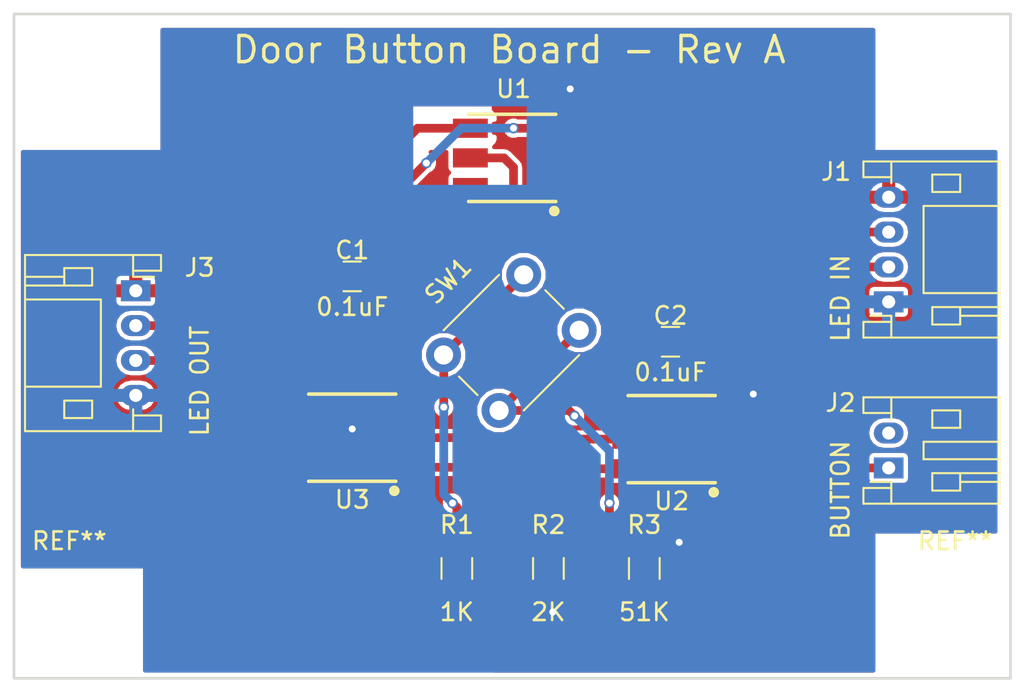
<source format=kicad_pcb>
(kicad_pcb (version 4) (host pcbnew 4.0.6)

  (general
    (links 29)
    (no_connects 0)
    (area 78.839287 60.8 163.703572 116.9)
    (thickness 1.6)
    (drawings 22)
    (tracks 98)
    (zones 0)
    (modules 16)
    (nets 14)
  )

  (page A4)
  (layers
    (0 F.Cu signal)
    (31 B.Cu signal)
    (32 B.Adhes user)
    (33 F.Adhes user)
    (34 B.Paste user)
    (35 F.Paste user)
    (36 B.SilkS user)
    (37 F.SilkS user)
    (38 B.Mask user)
    (39 F.Mask user)
    (40 Dwgs.User user)
    (41 Cmts.User user)
    (42 Eco1.User user hide)
    (43 Eco2.User user hide)
    (44 Edge.Cuts user)
    (45 Margin user)
    (46 B.CrtYd user)
    (47 F.CrtYd user)
    (48 B.Fab user)
    (49 F.Fab user hide)
  )

  (setup
    (last_trace_width 0.5)
    (user_trace_width 0.5)
    (user_trace_width 0.75)
    (user_trace_width 1)
    (user_trace_width 1.5)
    (trace_clearance 0.2)
    (zone_clearance 0.25)
    (zone_45_only yes)
    (trace_min 0.2)
    (segment_width 0.2)
    (edge_width 0.15)
    (via_size 0.6)
    (via_drill 0.4)
    (via_min_size 0.4)
    (via_min_drill 0.3)
    (user_via 1 0.6)
    (uvia_size 0.3)
    (uvia_drill 0.1)
    (uvias_allowed no)
    (uvia_min_size 0.2)
    (uvia_min_drill 0.1)
    (pcb_text_width 0.3)
    (pcb_text_size 1.5 1.5)
    (mod_edge_width 0.15)
    (mod_text_size 1 1)
    (mod_text_width 0.15)
    (pad_size 1.524 1.524)
    (pad_drill 0.762)
    (pad_to_mask_clearance 0.2)
    (aux_axis_origin 0 0)
    (visible_elements 7FFFFFFF)
    (pcbplotparams
      (layerselection 0x210f8_80000001)
      (usegerberextensions false)
      (excludeedgelayer true)
      (linewidth 0.100000)
      (plotframeref false)
      (viasonmask false)
      (mode 1)
      (useauxorigin false)
      (hpglpennumber 1)
      (hpglpenspeed 20)
      (hpglpendiameter 15)
      (hpglpenoverlay 2)
      (psnegative false)
      (psa4output false)
      (plotreference true)
      (plotvalue true)
      (plotinvisibletext false)
      (padsonsilk false)
      (subtractmaskfromsilk false)
      (outputformat 1)
      (mirror false)
      (drillshape 0)
      (scaleselection 1)
      (outputdirectory gerber/))
  )

  (net 0 "")
  (net 1 +5V)
  (net 2 GND)
  (net 3 /DI)
  (net 4 /CI)
  (net 5 "Net-(J2-Pad1)")
  (net 6 "Net-(J2-Pad2)")
  (net 7 /CO)
  (net 8 /DO)
  (net 9 "Net-(R1-Pad2)")
  (net 10 "Net-(U1-Pad6)")
  (net 11 "Net-(U1-Pad5)")
  (net 12 "Net-(U2-Pad6)")
  (net 13 "Net-(U2-Pad5)")

  (net_class Default "This is the default net class."
    (clearance 0.2)
    (trace_width 0.25)
    (via_dia 0.6)
    (via_drill 0.4)
    (uvia_dia 0.3)
    (uvia_drill 0.1)
    (add_net +5V)
    (add_net /CI)
    (add_net /CO)
    (add_net /DI)
    (add_net /DO)
    (add_net GND)
    (add_net "Net-(J2-Pad1)")
    (add_net "Net-(J2-Pad2)")
    (add_net "Net-(R1-Pad2)")
    (add_net "Net-(U1-Pad5)")
    (add_net "Net-(U1-Pad6)")
    (add_net "Net-(U2-Pad5)")
    (add_net "Net-(U2-Pad6)")
  )

  (module Mounting_Holes:MountingHole_3.7mm (layer F.Cu) (tedit 5B03E488) (tstamp 5B03E470)
    (at 155.575 79.375)
    (descr "Mounting Hole 3.7mm, no annular")
    (tags "mounting hole 3.7mm no annular")
    (attr virtual)
    (fp_text reference REF** (at 0 -4.7) (layer F.SilkS) hide
      (effects (font (size 1 1) (thickness 0.15)))
    )
    (fp_text value MountingHole_3.7mm (at 0 4.7) (layer F.Fab)
      (effects (font (size 1 1) (thickness 0.15)))
    )
    (fp_text user %R (at 0.3 0) (layer F.Fab)
      (effects (font (size 1 1) (thickness 0.15)))
    )
    (fp_circle (center 0 0) (end 3.7 0) (layer Cmts.User) (width 0.15))
    (fp_circle (center 0 0) (end 3.95 0) (layer F.CrtYd) (width 0.05))
    (pad "" np_thru_hole circle (at 0 0) (size 3.81 3.81) (drill 3.81) (layers *.Cu *.Mask))
  )

  (module Mounting_Holes:MountingHole_3.7mm (layer F.Cu) (tedit 5B03E36B) (tstamp 5B03E45D)
    (at 155.575 111.125)
    (descr "Mounting Hole 3.7mm, no annular")
    (tags "mounting hole 3.7mm no annular")
    (attr virtual)
    (fp_text reference REF** (at 0 -4.7) (layer F.SilkS)
      (effects (font (size 1 1) (thickness 0.15)))
    )
    (fp_text value MountingHole_3.7mm (at 0 4.7) (layer F.Fab)
      (effects (font (size 1 1) (thickness 0.15)))
    )
    (fp_text user %R (at 0.3 0) (layer F.Fab)
      (effects (font (size 1 1) (thickness 0.15)))
    )
    (fp_circle (center 0 0) (end 3.7 0) (layer Cmts.User) (width 0.15))
    (fp_circle (center 0 0) (end 3.95 0) (layer F.CrtYd) (width 0.05))
    (pad "" np_thru_hole circle (at 0 0) (size 3.81 3.81) (drill 3.81) (layers *.Cu *.Mask))
  )

  (module Mounting_Holes:MountingHole_3.7mm (layer F.Cu) (tedit 5B03E36B) (tstamp 5B03E3CC)
    (at 104.775 111.125)
    (descr "Mounting Hole 3.7mm, no annular")
    (tags "mounting hole 3.7mm no annular")
    (attr virtual)
    (fp_text reference REF** (at 0 -4.7) (layer F.SilkS)
      (effects (font (size 1 1) (thickness 0.15)))
    )
    (fp_text value MountingHole_3.7mm (at 0 4.7) (layer F.Fab)
      (effects (font (size 1 1) (thickness 0.15)))
    )
    (fp_text user %R (at 0.3 0) (layer F.Fab)
      (effects (font (size 1 1) (thickness 0.15)))
    )
    (fp_circle (center 0 0) (end 3.7 0) (layer Cmts.User) (width 0.15))
    (fp_circle (center 0 0) (end 3.95 0) (layer F.CrtYd) (width 0.05))
    (pad "" np_thru_hole circle (at 0 0) (size 3.81 3.81) (drill 3.81) (layers *.Cu *.Mask))
  )

  (module Mounting_Holes:MountingHole_3.7mm (layer F.Cu) (tedit 5B03E48D) (tstamp 5B03E34D)
    (at 104.775 79.375)
    (descr "Mounting Hole 3.7mm, no annular")
    (tags "mounting hole 3.7mm no annular")
    (attr virtual)
    (fp_text reference REF** (at 0 -4.7) (layer F.SilkS) hide
      (effects (font (size 1 1) (thickness 0.15)))
    )
    (fp_text value MountingHole_3.7mm (at 0 4.7) (layer F.Fab)
      (effects (font (size 1 1) (thickness 0.15)))
    )
    (fp_text user %R (at 0.3 0) (layer F.Fab)
      (effects (font (size 1 1) (thickness 0.15)))
    )
    (fp_circle (center 0 0) (end 3.7 0) (layer Cmts.User) (width 0.15))
    (fp_circle (center 0 0) (end 3.95 0) (layer F.CrtYd) (width 0.05))
    (pad "" np_thru_hole circle (at 0 0) (size 3.81 3.81) (drill 3.81) (layers *.Cu *.Mask))
  )

  (module Capacitors_SMD:C_0805 (layer F.Cu) (tedit 5B041201) (tstamp 5B03E1FC)
    (at 121 91.25)
    (descr "Capacitor SMD 0805, reflow soldering, AVX (see smccp.pdf)")
    (tags "capacitor 0805")
    (path /5B029738)
    (attr smd)
    (fp_text reference C1 (at 0 -1.5) (layer F.SilkS)
      (effects (font (size 1 1) (thickness 0.15)))
    )
    (fp_text value 0.1uF (at 0 1.75) (layer F.SilkS)
      (effects (font (size 1 1) (thickness 0.15)))
    )
    (fp_text user %R (at 0 -1.5) (layer F.Fab)
      (effects (font (size 1 1) (thickness 0.15)))
    )
    (fp_line (start -1 0.62) (end -1 -0.62) (layer F.Fab) (width 0.1))
    (fp_line (start 1 0.62) (end -1 0.62) (layer F.Fab) (width 0.1))
    (fp_line (start 1 -0.62) (end 1 0.62) (layer F.Fab) (width 0.1))
    (fp_line (start -1 -0.62) (end 1 -0.62) (layer F.Fab) (width 0.1))
    (fp_line (start 0.5 -0.85) (end -0.5 -0.85) (layer F.SilkS) (width 0.12))
    (fp_line (start -0.5 0.85) (end 0.5 0.85) (layer F.SilkS) (width 0.12))
    (fp_line (start -1.75 -0.88) (end 1.75 -0.88) (layer F.CrtYd) (width 0.05))
    (fp_line (start -1.75 -0.88) (end -1.75 0.87) (layer F.CrtYd) (width 0.05))
    (fp_line (start 1.75 0.87) (end 1.75 -0.88) (layer F.CrtYd) (width 0.05))
    (fp_line (start 1.75 0.87) (end -1.75 0.87) (layer F.CrtYd) (width 0.05))
    (pad 1 smd rect (at -1 0) (size 1 1.25) (layers F.Cu F.Paste F.Mask)
      (net 1 +5V))
    (pad 2 smd rect (at 1 0) (size 1 1.25) (layers F.Cu F.Paste F.Mask)
      (net 2 GND))
    (model Capacitors_SMD.3dshapes/C_0805.wrl
      (at (xyz 0 0 0))
      (scale (xyz 1 1 1))
      (rotate (xyz 0 0 0))
    )
  )

  (module Capacitors_SMD:C_0805 (layer F.Cu) (tedit 5B041206) (tstamp 5B03E20D)
    (at 139.25 95)
    (descr "Capacitor SMD 0805, reflow soldering, AVX (see smccp.pdf)")
    (tags "capacitor 0805")
    (path /5B03DB12)
    (attr smd)
    (fp_text reference C2 (at 0 -1.5) (layer F.SilkS)
      (effects (font (size 1 1) (thickness 0.15)))
    )
    (fp_text value 0.1uF (at 0 1.75) (layer F.SilkS)
      (effects (font (size 1 1) (thickness 0.15)))
    )
    (fp_text user %R (at 0 -1.5) (layer F.Fab)
      (effects (font (size 1 1) (thickness 0.15)))
    )
    (fp_line (start -1 0.62) (end -1 -0.62) (layer F.Fab) (width 0.1))
    (fp_line (start 1 0.62) (end -1 0.62) (layer F.Fab) (width 0.1))
    (fp_line (start 1 -0.62) (end 1 0.62) (layer F.Fab) (width 0.1))
    (fp_line (start -1 -0.62) (end 1 -0.62) (layer F.Fab) (width 0.1))
    (fp_line (start 0.5 -0.85) (end -0.5 -0.85) (layer F.SilkS) (width 0.12))
    (fp_line (start -0.5 0.85) (end 0.5 0.85) (layer F.SilkS) (width 0.12))
    (fp_line (start -1.75 -0.88) (end 1.75 -0.88) (layer F.CrtYd) (width 0.05))
    (fp_line (start -1.75 -0.88) (end -1.75 0.87) (layer F.CrtYd) (width 0.05))
    (fp_line (start 1.75 0.87) (end 1.75 -0.88) (layer F.CrtYd) (width 0.05))
    (fp_line (start 1.75 0.87) (end -1.75 0.87) (layer F.CrtYd) (width 0.05))
    (pad 1 smd rect (at -1 0) (size 1 1.25) (layers F.Cu F.Paste F.Mask)
      (net 1 +5V))
    (pad 2 smd rect (at 1 0) (size 1 1.25) (layers F.Cu F.Paste F.Mask)
      (net 2 GND))
    (model Capacitors_SMD.3dshapes/C_0805.wrl
      (at (xyz 0 0 0))
      (scale (xyz 1 1 1))
      (rotate (xyz 0 0 0))
    )
  )

  (module Connectors_JST:JST_PH_S4B-PH-K_04x2.00mm_Angled (layer F.Cu) (tedit 5B04523B) (tstamp 5B03E23E)
    (at 151.765 92.71 90)
    (descr "JST PH series connector, S4B-PH-K, side entry type, through hole, Datasheet: http://www.jst-mfg.com/product/pdf/eng/ePH.pdf")
    (tags "connector jst ph")
    (path /5B029050)
    (fp_text reference J1 (at 7.46 -3.015 180) (layer F.SilkS)
      (effects (font (size 1 1) (thickness 0.15)))
    )
    (fp_text value Conn_01x04 (at 3 7.25 90) (layer F.Fab)
      (effects (font (size 1 1) (thickness 0.15)))
    )
    (fp_line (start 0.5 6.35) (end 0.5 2) (layer F.SilkS) (width 0.12))
    (fp_line (start 0.5 2) (end 5.5 2) (layer F.SilkS) (width 0.12))
    (fp_line (start 5.5 2) (end 5.5 6.35) (layer F.SilkS) (width 0.12))
    (fp_line (start -0.8 0.15) (end -1.15 0.15) (layer F.SilkS) (width 0.12))
    (fp_line (start -1.15 0.15) (end -1.15 -1.45) (layer F.SilkS) (width 0.12))
    (fp_line (start -1.15 -1.45) (end -2.05 -1.45) (layer F.SilkS) (width 0.12))
    (fp_line (start -2.05 -1.45) (end -2.05 6.35) (layer F.SilkS) (width 0.12))
    (fp_line (start -2.05 6.35) (end 8.05 6.35) (layer F.SilkS) (width 0.12))
    (fp_line (start 8.05 6.35) (end 8.05 -1.45) (layer F.SilkS) (width 0.12))
    (fp_line (start 8.05 -1.45) (end 7.15 -1.45) (layer F.SilkS) (width 0.12))
    (fp_line (start 7.15 -1.45) (end 7.15 0.15) (layer F.SilkS) (width 0.12))
    (fp_line (start 7.15 0.15) (end 6.8 0.15) (layer F.SilkS) (width 0.12))
    (fp_line (start -2.05 0.15) (end -1.15 0.15) (layer F.SilkS) (width 0.12))
    (fp_line (start 8.05 0.15) (end 7.15 0.15) (layer F.SilkS) (width 0.12))
    (fp_line (start -1.3 2.5) (end -1.3 4.1) (layer F.SilkS) (width 0.12))
    (fp_line (start -1.3 4.1) (end -0.3 4.1) (layer F.SilkS) (width 0.12))
    (fp_line (start -0.3 4.1) (end -0.3 2.5) (layer F.SilkS) (width 0.12))
    (fp_line (start -0.3 2.5) (end -1.3 2.5) (layer F.SilkS) (width 0.12))
    (fp_line (start 7.3 2.5) (end 7.3 4.1) (layer F.SilkS) (width 0.12))
    (fp_line (start 7.3 4.1) (end 6.3 4.1) (layer F.SilkS) (width 0.12))
    (fp_line (start 6.3 4.1) (end 6.3 2.5) (layer F.SilkS) (width 0.12))
    (fp_line (start 6.3 2.5) (end 7.3 2.5) (layer F.SilkS) (width 0.12))
    (fp_line (start -0.3 4.1) (end -0.3 6.35) (layer F.SilkS) (width 0.12))
    (fp_line (start -0.8 4.1) (end -0.8 6.35) (layer F.SilkS) (width 0.12))
    (fp_line (start -2.45 -1.85) (end -2.45 6.75) (layer F.CrtYd) (width 0.05))
    (fp_line (start -2.45 6.75) (end 8.45 6.75) (layer F.CrtYd) (width 0.05))
    (fp_line (start 8.45 6.75) (end 8.45 -1.85) (layer F.CrtYd) (width 0.05))
    (fp_line (start 8.45 -1.85) (end -2.45 -1.85) (layer F.CrtYd) (width 0.05))
    (fp_line (start -1.25 0.25) (end -1.25 -1.35) (layer F.Fab) (width 0.1))
    (fp_line (start -1.25 -1.35) (end -1.95 -1.35) (layer F.Fab) (width 0.1))
    (fp_line (start -1.95 -1.35) (end -1.95 6.25) (layer F.Fab) (width 0.1))
    (fp_line (start -1.95 6.25) (end 7.95 6.25) (layer F.Fab) (width 0.1))
    (fp_line (start 7.95 6.25) (end 7.95 -1.35) (layer F.Fab) (width 0.1))
    (fp_line (start 7.95 -1.35) (end 7.25 -1.35) (layer F.Fab) (width 0.1))
    (fp_line (start 7.25 -1.35) (end 7.25 0.25) (layer F.Fab) (width 0.1))
    (fp_line (start 7.25 0.25) (end -1.25 0.25) (layer F.Fab) (width 0.1))
    (fp_line (start -0.8 0.15) (end -0.8 -1.05) (layer F.SilkS) (width 0.12))
    (fp_line (start 0 0.85) (end -0.5 1.35) (layer F.Fab) (width 0.1))
    (fp_line (start -0.5 1.35) (end 0.5 1.35) (layer F.Fab) (width 0.1))
    (fp_line (start 0.5 1.35) (end 0 0.85) (layer F.Fab) (width 0.1))
    (fp_text user %R (at 3 2.5 90) (layer F.Fab)
      (effects (font (size 1 1) (thickness 0.15)))
    )
    (pad 1 thru_hole rect (at 0 0 90) (size 1.2 1.7) (drill 0.75) (layers *.Cu *.Mask)
      (net 2 GND))
    (pad 2 thru_hole oval (at 2 0 90) (size 1.2 1.7) (drill 0.75) (layers *.Cu *.Mask)
      (net 3 /DI))
    (pad 3 thru_hole oval (at 4 0 90) (size 1.2 1.7) (drill 0.75) (layers *.Cu *.Mask)
      (net 4 /CI))
    (pad 4 thru_hole oval (at 6 0 90) (size 1.2 1.7) (drill 0.75) (layers *.Cu *.Mask)
      (net 1 +5V))
    (model C:/DoorButtonBoard/3D/S4B-PH-K-S.STEP
      (at (xyz 0 0 0))
      (scale (xyz 1 1 1))
      (rotate (xyz 0 0 0))
    )
  )

  (module Connectors_JST:JST_PH_S2B-PH-K_02x2.00mm_Angled (layer F.Cu) (tedit 5B045243) (tstamp 5B03E26D)
    (at 151.765 102.235 90)
    (descr "JST PH series connector, S2B-PH-K, side entry type, through hole, Datasheet: http://www.jst-mfg.com/product/pdf/eng/ePH.pdf")
    (tags "connector jst ph")
    (path /5B029FEB)
    (fp_text reference J2 (at 3.735 -2.765 180) (layer F.SilkS)
      (effects (font (size 1 1) (thickness 0.15)))
    )
    (fp_text value Conn_01x02 (at 1 7.25 90) (layer F.Fab)
      (effects (font (size 1 1) (thickness 0.15)))
    )
    (fp_line (start 0.5 6.35) (end 0.5 2) (layer F.SilkS) (width 0.12))
    (fp_line (start 0.5 2) (end 1.5 2) (layer F.SilkS) (width 0.12))
    (fp_line (start 1.5 2) (end 1.5 6.35) (layer F.SilkS) (width 0.12))
    (fp_line (start -0.8 0.15) (end -1.15 0.15) (layer F.SilkS) (width 0.12))
    (fp_line (start -1.15 0.15) (end -1.15 -1.45) (layer F.SilkS) (width 0.12))
    (fp_line (start -1.15 -1.45) (end -2.05 -1.45) (layer F.SilkS) (width 0.12))
    (fp_line (start -2.05 -1.45) (end -2.05 6.35) (layer F.SilkS) (width 0.12))
    (fp_line (start -2.05 6.35) (end 4.05 6.35) (layer F.SilkS) (width 0.12))
    (fp_line (start 4.05 6.35) (end 4.05 -1.45) (layer F.SilkS) (width 0.12))
    (fp_line (start 4.05 -1.45) (end 3.15 -1.45) (layer F.SilkS) (width 0.12))
    (fp_line (start 3.15 -1.45) (end 3.15 0.15) (layer F.SilkS) (width 0.12))
    (fp_line (start 3.15 0.15) (end 2.8 0.15) (layer F.SilkS) (width 0.12))
    (fp_line (start -2.05 0.15) (end -1.15 0.15) (layer F.SilkS) (width 0.12))
    (fp_line (start 4.05 0.15) (end 3.15 0.15) (layer F.SilkS) (width 0.12))
    (fp_line (start -1.3 2.5) (end -1.3 4.1) (layer F.SilkS) (width 0.12))
    (fp_line (start -1.3 4.1) (end -0.3 4.1) (layer F.SilkS) (width 0.12))
    (fp_line (start -0.3 4.1) (end -0.3 2.5) (layer F.SilkS) (width 0.12))
    (fp_line (start -0.3 2.5) (end -1.3 2.5) (layer F.SilkS) (width 0.12))
    (fp_line (start 3.3 2.5) (end 3.3 4.1) (layer F.SilkS) (width 0.12))
    (fp_line (start 3.3 4.1) (end 2.3 4.1) (layer F.SilkS) (width 0.12))
    (fp_line (start 2.3 4.1) (end 2.3 2.5) (layer F.SilkS) (width 0.12))
    (fp_line (start 2.3 2.5) (end 3.3 2.5) (layer F.SilkS) (width 0.12))
    (fp_line (start -0.3 4.1) (end -0.3 6.35) (layer F.SilkS) (width 0.12))
    (fp_line (start -0.8 4.1) (end -0.8 6.35) (layer F.SilkS) (width 0.12))
    (fp_line (start -2.45 -1.85) (end -2.45 6.75) (layer F.CrtYd) (width 0.05))
    (fp_line (start -2.45 6.75) (end 4.45 6.75) (layer F.CrtYd) (width 0.05))
    (fp_line (start 4.45 6.75) (end 4.45 -1.85) (layer F.CrtYd) (width 0.05))
    (fp_line (start 4.45 -1.85) (end -2.45 -1.85) (layer F.CrtYd) (width 0.05))
    (fp_line (start -1.25 0.25) (end -1.25 -1.35) (layer F.Fab) (width 0.1))
    (fp_line (start -1.25 -1.35) (end -1.95 -1.35) (layer F.Fab) (width 0.1))
    (fp_line (start -1.95 -1.35) (end -1.95 6.25) (layer F.Fab) (width 0.1))
    (fp_line (start -1.95 6.25) (end 3.95 6.25) (layer F.Fab) (width 0.1))
    (fp_line (start 3.95 6.25) (end 3.95 -1.35) (layer F.Fab) (width 0.1))
    (fp_line (start 3.95 -1.35) (end 3.25 -1.35) (layer F.Fab) (width 0.1))
    (fp_line (start 3.25 -1.35) (end 3.25 0.25) (layer F.Fab) (width 0.1))
    (fp_line (start 3.25 0.25) (end -1.25 0.25) (layer F.Fab) (width 0.1))
    (fp_line (start -0.8 0.15) (end -0.8 -1.05) (layer F.SilkS) (width 0.12))
    (fp_line (start 0 0.85) (end -0.5 1.35) (layer F.Fab) (width 0.1))
    (fp_line (start -0.5 1.35) (end 0.5 1.35) (layer F.Fab) (width 0.1))
    (fp_line (start 0.5 1.35) (end 0 0.85) (layer F.Fab) (width 0.1))
    (fp_text user %R (at 1 2.5 90) (layer F.Fab)
      (effects (font (size 1 1) (thickness 0.15)))
    )
    (pad 1 thru_hole rect (at 0 0 90) (size 1.2 1.7) (drill 0.75) (layers *.Cu *.Mask)
      (net 5 "Net-(J2-Pad1)"))
    (pad 2 thru_hole oval (at 2 0 90) (size 1.2 1.7) (drill 0.75) (layers *.Cu *.Mask)
      (net 6 "Net-(J2-Pad2)"))
    (model C:/DoorButtonBoard/3D/S2B-PH-K-S.STEP
      (at (xyz 0 0 0))
      (scale (xyz 1 1 1))
      (rotate (xyz 0 0 0))
    )
  )

  (module Connectors_JST:JST_PH_S4B-PH-K_04x2.00mm_Angled (layer F.Cu) (tedit 5B041225) (tstamp 5B03E29E)
    (at 108.585 92.075 270)
    (descr "JST PH series connector, S4B-PH-K, side entry type, through hole, Datasheet: http://www.jst-mfg.com/product/pdf/eng/ePH.pdf")
    (tags "connector jst ph")
    (path /5B03DF6D)
    (fp_text reference J3 (at -1.325 -3.665 360) (layer F.SilkS)
      (effects (font (size 1 1) (thickness 0.15)))
    )
    (fp_text value Conn_01x04 (at 3 7.25 270) (layer F.Fab)
      (effects (font (size 1 1) (thickness 0.15)))
    )
    (fp_line (start 0.5 6.35) (end 0.5 2) (layer F.SilkS) (width 0.12))
    (fp_line (start 0.5 2) (end 5.5 2) (layer F.SilkS) (width 0.12))
    (fp_line (start 5.5 2) (end 5.5 6.35) (layer F.SilkS) (width 0.12))
    (fp_line (start -0.8 0.15) (end -1.15 0.15) (layer F.SilkS) (width 0.12))
    (fp_line (start -1.15 0.15) (end -1.15 -1.45) (layer F.SilkS) (width 0.12))
    (fp_line (start -1.15 -1.45) (end -2.05 -1.45) (layer F.SilkS) (width 0.12))
    (fp_line (start -2.05 -1.45) (end -2.05 6.35) (layer F.SilkS) (width 0.12))
    (fp_line (start -2.05 6.35) (end 8.05 6.35) (layer F.SilkS) (width 0.12))
    (fp_line (start 8.05 6.35) (end 8.05 -1.45) (layer F.SilkS) (width 0.12))
    (fp_line (start 8.05 -1.45) (end 7.15 -1.45) (layer F.SilkS) (width 0.12))
    (fp_line (start 7.15 -1.45) (end 7.15 0.15) (layer F.SilkS) (width 0.12))
    (fp_line (start 7.15 0.15) (end 6.8 0.15) (layer F.SilkS) (width 0.12))
    (fp_line (start -2.05 0.15) (end -1.15 0.15) (layer F.SilkS) (width 0.12))
    (fp_line (start 8.05 0.15) (end 7.15 0.15) (layer F.SilkS) (width 0.12))
    (fp_line (start -1.3 2.5) (end -1.3 4.1) (layer F.SilkS) (width 0.12))
    (fp_line (start -1.3 4.1) (end -0.3 4.1) (layer F.SilkS) (width 0.12))
    (fp_line (start -0.3 4.1) (end -0.3 2.5) (layer F.SilkS) (width 0.12))
    (fp_line (start -0.3 2.5) (end -1.3 2.5) (layer F.SilkS) (width 0.12))
    (fp_line (start 7.3 2.5) (end 7.3 4.1) (layer F.SilkS) (width 0.12))
    (fp_line (start 7.3 4.1) (end 6.3 4.1) (layer F.SilkS) (width 0.12))
    (fp_line (start 6.3 4.1) (end 6.3 2.5) (layer F.SilkS) (width 0.12))
    (fp_line (start 6.3 2.5) (end 7.3 2.5) (layer F.SilkS) (width 0.12))
    (fp_line (start -0.3 4.1) (end -0.3 6.35) (layer F.SilkS) (width 0.12))
    (fp_line (start -0.8 4.1) (end -0.8 6.35) (layer F.SilkS) (width 0.12))
    (fp_line (start -2.45 -1.85) (end -2.45 6.75) (layer F.CrtYd) (width 0.05))
    (fp_line (start -2.45 6.75) (end 8.45 6.75) (layer F.CrtYd) (width 0.05))
    (fp_line (start 8.45 6.75) (end 8.45 -1.85) (layer F.CrtYd) (width 0.05))
    (fp_line (start 8.45 -1.85) (end -2.45 -1.85) (layer F.CrtYd) (width 0.05))
    (fp_line (start -1.25 0.25) (end -1.25 -1.35) (layer F.Fab) (width 0.1))
    (fp_line (start -1.25 -1.35) (end -1.95 -1.35) (layer F.Fab) (width 0.1))
    (fp_line (start -1.95 -1.35) (end -1.95 6.25) (layer F.Fab) (width 0.1))
    (fp_line (start -1.95 6.25) (end 7.95 6.25) (layer F.Fab) (width 0.1))
    (fp_line (start 7.95 6.25) (end 7.95 -1.35) (layer F.Fab) (width 0.1))
    (fp_line (start 7.95 -1.35) (end 7.25 -1.35) (layer F.Fab) (width 0.1))
    (fp_line (start 7.25 -1.35) (end 7.25 0.25) (layer F.Fab) (width 0.1))
    (fp_line (start 7.25 0.25) (end -1.25 0.25) (layer F.Fab) (width 0.1))
    (fp_line (start -0.8 0.15) (end -0.8 -1.05) (layer F.SilkS) (width 0.12))
    (fp_line (start 0 0.85) (end -0.5 1.35) (layer F.Fab) (width 0.1))
    (fp_line (start -0.5 1.35) (end 0.5 1.35) (layer F.Fab) (width 0.1))
    (fp_line (start 0.5 1.35) (end 0 0.85) (layer F.Fab) (width 0.1))
    (fp_text user %R (at 3 2.5 270) (layer F.Fab)
      (effects (font (size 1 1) (thickness 0.15)))
    )
    (pad 1 thru_hole rect (at 0 0 270) (size 1.2 1.7) (drill 0.75) (layers *.Cu *.Mask)
      (net 1 +5V))
    (pad 2 thru_hole oval (at 2 0 270) (size 1.2 1.7) (drill 0.75) (layers *.Cu *.Mask)
      (net 7 /CO))
    (pad 3 thru_hole oval (at 4 0 270) (size 1.2 1.7) (drill 0.75) (layers *.Cu *.Mask)
      (net 8 /DO))
    (pad 4 thru_hole oval (at 6 0 270) (size 1.2 1.7) (drill 0.75) (layers *.Cu *.Mask)
      (net 2 GND))
    (model C:/DoorButtonBoard/3D/S4B-PH-K-S.STEP
      (at (xyz 0 0 0))
      (scale (xyz 1 1 1))
      (rotate (xyz 0 0 0))
    )
  )

  (module Resistors_SMD:R_0805 (layer F.Cu) (tedit 5B0411A9) (tstamp 5B03E2AF)
    (at 127 108 90)
    (descr "Resistor SMD 0805, reflow soldering, Vishay (see dcrcw.pdf)")
    (tags "resistor 0805")
    (path /5B029D36)
    (attr smd)
    (fp_text reference R1 (at 2.5 0 180) (layer F.SilkS)
      (effects (font (size 1 1) (thickness 0.15)))
    )
    (fp_text value 1K (at -2.5 0 180) (layer F.SilkS)
      (effects (font (size 1 1) (thickness 0.15)))
    )
    (fp_text user %R (at 0 0 90) (layer F.Fab)
      (effects (font (size 0.5 0.5) (thickness 0.075)))
    )
    (fp_line (start -1 0.62) (end -1 -0.62) (layer F.Fab) (width 0.1))
    (fp_line (start 1 0.62) (end -1 0.62) (layer F.Fab) (width 0.1))
    (fp_line (start 1 -0.62) (end 1 0.62) (layer F.Fab) (width 0.1))
    (fp_line (start -1 -0.62) (end 1 -0.62) (layer F.Fab) (width 0.1))
    (fp_line (start 0.6 0.88) (end -0.6 0.88) (layer F.SilkS) (width 0.12))
    (fp_line (start -0.6 -0.88) (end 0.6 -0.88) (layer F.SilkS) (width 0.12))
    (fp_line (start -1.55 -0.9) (end 1.55 -0.9) (layer F.CrtYd) (width 0.05))
    (fp_line (start -1.55 -0.9) (end -1.55 0.9) (layer F.CrtYd) (width 0.05))
    (fp_line (start 1.55 0.9) (end 1.55 -0.9) (layer F.CrtYd) (width 0.05))
    (fp_line (start 1.55 0.9) (end -1.55 0.9) (layer F.CrtYd) (width 0.05))
    (pad 1 smd rect (at -0.95 0 90) (size 0.7 1.3) (layers F.Cu F.Paste F.Mask)
      (net 1 +5V))
    (pad 2 smd rect (at 0.95 0 90) (size 0.7 1.3) (layers F.Cu F.Paste F.Mask)
      (net 9 "Net-(R1-Pad2)"))
    (model ${KISYS3DMOD}/Resistors_SMD.3dshapes/R_0805.wrl
      (at (xyz 0 0 0))
      (scale (xyz 1 1 1))
      (rotate (xyz 0 0 0))
    )
  )

  (module Resistors_SMD:R_0805 (layer F.Cu) (tedit 5B045E05) (tstamp 5B03E2C0)
    (at 132.25 108 270)
    (descr "Resistor SMD 0805, reflow soldering, Vishay (see dcrcw.pdf)")
    (tags "resistor 0805")
    (path /5B029D8D)
    (attr smd)
    (fp_text reference R2 (at -2.5 0 360) (layer F.SilkS)
      (effects (font (size 1 1) (thickness 0.15)))
    )
    (fp_text value 2K (at 2.5 0 360) (layer F.SilkS)
      (effects (font (size 1 1) (thickness 0.15)))
    )
    (fp_text user %R (at 0 0 270) (layer F.Fab)
      (effects (font (size 0.5 0.5) (thickness 0.075)))
    )
    (fp_line (start -1 0.62) (end -1 -0.62) (layer F.Fab) (width 0.1))
    (fp_line (start 1 0.62) (end -1 0.62) (layer F.Fab) (width 0.1))
    (fp_line (start 1 -0.62) (end 1 0.62) (layer F.Fab) (width 0.1))
    (fp_line (start -1 -0.62) (end 1 -0.62) (layer F.Fab) (width 0.1))
    (fp_line (start 0.6 0.88) (end -0.6 0.88) (layer F.SilkS) (width 0.12))
    (fp_line (start -0.6 -0.88) (end 0.6 -0.88) (layer F.SilkS) (width 0.12))
    (fp_line (start -1.55 -0.9) (end 1.55 -0.9) (layer F.CrtYd) (width 0.05))
    (fp_line (start -1.55 -0.9) (end -1.55 0.9) (layer F.CrtYd) (width 0.05))
    (fp_line (start 1.55 0.9) (end 1.55 -0.9) (layer F.CrtYd) (width 0.05))
    (fp_line (start 1.55 0.9) (end -1.55 0.9) (layer F.CrtYd) (width 0.05))
    (pad 1 smd rect (at -0.95 0 270) (size 0.7 1.3) (layers F.Cu F.Paste F.Mask)
      (net 9 "Net-(R1-Pad2)"))
    (pad 2 smd rect (at 0.95 0 270) (size 0.7 1.3) (layers F.Cu F.Paste F.Mask)
      (net 2 GND))
    (model ${KISYS3DMOD}/Resistors_SMD.3dshapes/R_0805.wrl
      (at (xyz 0 0 0))
      (scale (xyz 1 1 1))
      (rotate (xyz 0 0 0))
    )
  )

  (module Resistors_SMD:R_0805 (layer F.Cu) (tedit 5B045E0C) (tstamp 5B03E2D1)
    (at 137.75 108 90)
    (descr "Resistor SMD 0805, reflow soldering, Vishay (see dcrcw.pdf)")
    (tags "resistor 0805")
    (path /5B029B4B)
    (attr smd)
    (fp_text reference R3 (at 2.5 0 180) (layer F.SilkS)
      (effects (font (size 1 1) (thickness 0.15)))
    )
    (fp_text value 51K (at -2.5 0 180) (layer F.SilkS)
      (effects (font (size 1 1) (thickness 0.15)))
    )
    (fp_text user %R (at 0 0 90) (layer F.Fab)
      (effects (font (size 0.5 0.5) (thickness 0.075)))
    )
    (fp_line (start -1 0.62) (end -1 -0.62) (layer F.Fab) (width 0.1))
    (fp_line (start 1 0.62) (end -1 0.62) (layer F.Fab) (width 0.1))
    (fp_line (start 1 -0.62) (end 1 0.62) (layer F.Fab) (width 0.1))
    (fp_line (start -1 -0.62) (end 1 -0.62) (layer F.Fab) (width 0.1))
    (fp_line (start 0.6 0.88) (end -0.6 0.88) (layer F.SilkS) (width 0.12))
    (fp_line (start -0.6 -0.88) (end 0.6 -0.88) (layer F.SilkS) (width 0.12))
    (fp_line (start -1.55 -0.9) (end 1.55 -0.9) (layer F.CrtYd) (width 0.05))
    (fp_line (start -1.55 -0.9) (end -1.55 0.9) (layer F.CrtYd) (width 0.05))
    (fp_line (start 1.55 0.9) (end 1.55 -0.9) (layer F.CrtYd) (width 0.05))
    (fp_line (start 1.55 0.9) (end -1.55 0.9) (layer F.CrtYd) (width 0.05))
    (pad 1 smd rect (at -0.95 0 90) (size 0.7 1.3) (layers F.Cu F.Paste F.Mask)
      (net 5 "Net-(J2-Pad1)"))
    (pad 2 smd rect (at 0.95 0 90) (size 0.7 1.3) (layers F.Cu F.Paste F.Mask)
      (net 2 GND))
    (model ${KISYS3DMOD}/Resistors_SMD.3dshapes/R_0805.wrl
      (at (xyz 0 0 0))
      (scale (xyz 1 1 1))
      (rotate (xyz 0 0 0))
    )
  )

  (module Buttons_Switches_THT:SW_PUSH_6mm_h4.3mm (layer F.Cu) (tedit 5B041191) (tstamp 5B03E2F0)
    (at 126.238 95.758 45)
    (descr "tactile push button, 6x6mm e.g. PHAP33xx series, height=4.3mm")
    (tags "tact sw push 6mm")
    (path /5B029ACC)
    (fp_text reference SW1 (at 3.196123 -2.825599 45) (layer F.SilkS)
      (effects (font (size 1 1) (thickness 0.15)))
    )
    (fp_text value SW_Push (at 3.75 6.7 45) (layer F.Fab)
      (effects (font (size 1 1) (thickness 0.15)))
    )
    (fp_text user %R (at 3.25 2.25 45) (layer F.Fab)
      (effects (font (size 1 1) (thickness 0.15)))
    )
    (fp_line (start 3.25 -0.75) (end 6.25 -0.75) (layer F.Fab) (width 0.1))
    (fp_line (start 6.25 -0.75) (end 6.25 5.25) (layer F.Fab) (width 0.1))
    (fp_line (start 6.25 5.25) (end 0.25 5.25) (layer F.Fab) (width 0.1))
    (fp_line (start 0.25 5.25) (end 0.25 -0.75) (layer F.Fab) (width 0.1))
    (fp_line (start 0.25 -0.75) (end 3.25 -0.75) (layer F.Fab) (width 0.1))
    (fp_line (start 7.75 6) (end 8 6) (layer F.CrtYd) (width 0.05))
    (fp_line (start 8 6) (end 8 5.75) (layer F.CrtYd) (width 0.05))
    (fp_line (start 7.75 -1.5) (end 8 -1.5) (layer F.CrtYd) (width 0.05))
    (fp_line (start 8 -1.5) (end 8 -1.25) (layer F.CrtYd) (width 0.05))
    (fp_line (start -1.5 -1.25) (end -1.5 -1.5) (layer F.CrtYd) (width 0.05))
    (fp_line (start -1.5 -1.5) (end -1.25 -1.5) (layer F.CrtYd) (width 0.05))
    (fp_line (start -1.5 5.75) (end -1.5 6) (layer F.CrtYd) (width 0.05))
    (fp_line (start -1.5 6) (end -1.25 6) (layer F.CrtYd) (width 0.05))
    (fp_line (start -1.25 -1.5) (end 7.75 -1.5) (layer F.CrtYd) (width 0.05))
    (fp_line (start -1.5 5.75) (end -1.5 -1.25) (layer F.CrtYd) (width 0.05))
    (fp_line (start 7.75 6) (end -1.25 6) (layer F.CrtYd) (width 0.05))
    (fp_line (start 8 -1.25) (end 8 5.75) (layer F.CrtYd) (width 0.05))
    (fp_line (start 1 5.5) (end 5.5 5.5) (layer F.SilkS) (width 0.12))
    (fp_line (start -0.25 1.5) (end -0.25 3) (layer F.SilkS) (width 0.12))
    (fp_line (start 5.5 -1) (end 1 -1) (layer F.SilkS) (width 0.12))
    (fp_line (start 6.75 3) (end 6.75 1.5) (layer F.SilkS) (width 0.12))
    (fp_circle (center 3.25 2.25) (end 1.25 2.5) (layer F.Fab) (width 0.1))
    (pad 2 thru_hole circle (at 0 4.5 135) (size 2 2) (drill 1.1) (layers *.Cu *.Mask)
      (net 5 "Net-(J2-Pad1)"))
    (pad 1 thru_hole circle (at 0 0 135) (size 2 2) (drill 1.1) (layers *.Cu *.Mask)
      (net 9 "Net-(R1-Pad2)"))
    (pad 2 thru_hole circle (at 6.5 4.5 135) (size 2 2) (drill 1.1) (layers *.Cu *.Mask)
      (net 5 "Net-(J2-Pad1)"))
    (pad 1 thru_hole circle (at 6.5 0 135) (size 2 2) (drill 1.1) (layers *.Cu *.Mask)
      (net 9 "Net-(R1-Pad2)"))
    (model C:/DoorButtonBoard/3D/MJTP1230.STEP
      (at (xyz 0.005 0 0))
      (scale (xyz 1 1 1))
      (rotate (xyz 0 0 0))
    )
  )

  (module APA102:APA102_3 (layer F.Cu) (tedit 5B0452DB) (tstamp 5B03E2FE)
    (at 130.175 84.455)
    (path /5B028DCA)
    (fp_text reference U1 (at 0.075 -3.955) (layer F.SilkS)
      (effects (font (size 1 1) (thickness 0.15)))
    )
    (fp_text value APA102C (at 0 0 90) (layer F.SilkS) hide
      (effects (font (size 0.889 0.6) (thickness 0.15)))
    )
    (fp_line (start -2.5 -2.5) (end 2.5 -2.5) (layer F.SilkS) (width 0.2032))
    (fp_line (start -2.5 2.5) (end 2.5 2.5) (layer F.SilkS) (width 0.2032))
    (fp_circle (center 2.413 3.048) (end 2.54 3.2385) (layer F.SilkS) (width 0.15))
    (fp_circle (center 2.413 3.048) (end 2.4765 3.1115) (layer F.SilkS) (width 0.15))
    (pad 6 smd rect (at -2.4 1.700001 180) (size 2 1.1) (layers F.Cu F.Paste F.Mask)
      (net 10 "Net-(U1-Pad6)") (solder_mask_margin 0.1016))
    (pad 5 smd rect (at -2.399998 0 180) (size 2 1.1) (layers F.Cu F.Paste F.Mask)
      (net 11 "Net-(U1-Pad5)") (solder_mask_margin 0.1016))
    (pad 4 smd rect (at -2.4 -1.7 180) (size 2 1.1) (layers F.Cu F.Paste F.Mask)
      (net 1 +5V) (solder_mask_margin 0.1016))
    (pad 3 smd rect (at 2.4 -1.700001) (size 2 1.1) (layers F.Cu F.Paste F.Mask)
      (net 2 GND) (solder_mask_margin 0.1016))
    (pad 2 smd rect (at 2.399998 0) (size 2 1.1) (layers F.Cu F.Paste F.Mask)
      (net 4 /CI) (solder_mask_margin 0.1016))
    (pad 1 smd rect (at 2.4 1.7) (size 2 1.1) (layers F.Cu F.Paste F.Mask)
      (net 3 /DI) (solder_mask_margin 0.1016))
    (model C:/DoorButtonBoard/3D/APA102C.STEP
      (at (xyz 0 0 0))
      (scale (xyz 1 1 1))
      (rotate (xyz 0 0 0))
    )
  )

  (module APA102:APA102_3 (layer F.Cu) (tedit 5B0452CE) (tstamp 5B03E30C)
    (at 139.319 100.584)
    (path /5B03DDD5)
    (fp_text reference U2 (at 0 3.556) (layer F.SilkS)
      (effects (font (size 1 1) (thickness 0.15)))
    )
    (fp_text value APA102C (at 0 0 90) (layer F.SilkS) hide
      (effects (font (size 0.889 0.6) (thickness 0.15)))
    )
    (fp_line (start -2.5 -2.5) (end 2.5 -2.5) (layer F.SilkS) (width 0.2032))
    (fp_line (start -2.5 2.5) (end 2.5 2.5) (layer F.SilkS) (width 0.2032))
    (fp_circle (center 2.413 3.048) (end 2.54 3.2385) (layer F.SilkS) (width 0.15))
    (fp_circle (center 2.413 3.048) (end 2.4765 3.1115) (layer F.SilkS) (width 0.15))
    (pad 6 smd rect (at -2.4 1.700001 180) (size 2 1.1) (layers F.Cu F.Paste F.Mask)
      (net 12 "Net-(U2-Pad6)") (solder_mask_margin 0.1016))
    (pad 5 smd rect (at -2.399998 0 180) (size 2 1.1) (layers F.Cu F.Paste F.Mask)
      (net 13 "Net-(U2-Pad5)") (solder_mask_margin 0.1016))
    (pad 4 smd rect (at -2.4 -1.7 180) (size 2 1.1) (layers F.Cu F.Paste F.Mask)
      (net 1 +5V) (solder_mask_margin 0.1016))
    (pad 3 smd rect (at 2.4 -1.700001) (size 2 1.1) (layers F.Cu F.Paste F.Mask)
      (net 2 GND) (solder_mask_margin 0.1016))
    (pad 2 smd rect (at 2.399998 0) (size 2 1.1) (layers F.Cu F.Paste F.Mask)
      (net 11 "Net-(U1-Pad5)") (solder_mask_margin 0.1016))
    (pad 1 smd rect (at 2.4 1.7) (size 2 1.1) (layers F.Cu F.Paste F.Mask)
      (net 10 "Net-(U1-Pad6)") (solder_mask_margin 0.1016))
    (model C:/DoorButtonBoard/3D/APA102C.STEP
      (at (xyz 0 0 0))
      (scale (xyz 1 1 1))
      (rotate (xyz 0 0 0))
    )
  )

  (module APA102:APA102_3 (layer F.Cu) (tedit 5B0452D3) (tstamp 5B03E31A)
    (at 121 100.5)
    (path /5B03DE2A)
    (fp_text reference U3 (at 0 3.556) (layer F.SilkS)
      (effects (font (size 1 1) (thickness 0.15)))
    )
    (fp_text value APA102C (at 0 0 90) (layer F.SilkS) hide
      (effects (font (size 0.889 0.6) (thickness 0.15)))
    )
    (fp_line (start -2.5 -2.5) (end 2.5 -2.5) (layer F.SilkS) (width 0.2032))
    (fp_line (start -2.5 2.5) (end 2.5 2.5) (layer F.SilkS) (width 0.2032))
    (fp_circle (center 2.413 3.048) (end 2.54 3.2385) (layer F.SilkS) (width 0.15))
    (fp_circle (center 2.413 3.048) (end 2.4765 3.1115) (layer F.SilkS) (width 0.15))
    (pad 6 smd rect (at -2.4 1.700001 180) (size 2 1.1) (layers F.Cu F.Paste F.Mask)
      (net 8 /DO) (solder_mask_margin 0.1016))
    (pad 5 smd rect (at -2.399998 0 180) (size 2 1.1) (layers F.Cu F.Paste F.Mask)
      (net 7 /CO) (solder_mask_margin 0.1016))
    (pad 4 smd rect (at -2.4 -1.7 180) (size 2 1.1) (layers F.Cu F.Paste F.Mask)
      (net 1 +5V) (solder_mask_margin 0.1016))
    (pad 3 smd rect (at 2.4 -1.700001) (size 2 1.1) (layers F.Cu F.Paste F.Mask)
      (net 2 GND) (solder_mask_margin 0.1016))
    (pad 2 smd rect (at 2.399998 0) (size 2 1.1) (layers F.Cu F.Paste F.Mask)
      (net 13 "Net-(U2-Pad5)") (solder_mask_margin 0.1016))
    (pad 1 smd rect (at 2.4 1.7) (size 2 1.1) (layers F.Cu F.Paste F.Mask)
      (net 12 "Net-(U2-Pad6)") (solder_mask_margin 0.1016))
    (model C:/DoorButtonBoard/3D/APA102C.STEP
      (at (xyz 0 0 0))
      (scale (xyz 1 1 1))
      (rotate (xyz 0 0 0))
    )
  )

  (gr_text "LED OUT" (at 112.25 97.25 90) (layer F.SilkS)
    (effects (font (size 1 1) (thickness 0.15)))
  )
  (gr_text BUTTON (at 149 103.5 90) (layer F.SilkS) (tstamp 5B04529F)
    (effects (font (size 1 1) (thickness 0.15)))
  )
  (gr_text "LED IN" (at 149 92.5 90) (layer F.SilkS)
    (effects (font (size 1 1) (thickness 0.15)))
  )
  (gr_text "Veenema Design Works (2018)" (at 119 113) (layer F.Cu)
    (effects (font (size 0.8 0.8) (thickness 0.1)))
  )
  (gr_text "Door Button Board - Rev A" (at 130 78.25) (layer F.SilkS)
    (effects (font (size 1.5 1.5) (thickness 0.2)))
  )
  (gr_arc (start 130.2111 95.2516) (end 130.2111 84.7741) (angle 120) (layer Eco1.User) (width 0.2) (tstamp 5B040661))
  (gr_arc (start 130.2004 95.25) (end 130.2004 84.7725) (angle -120) (layer Eco1.User) (width 0.2))
  (dimension 21.082 (width 0.3) (layer Eco2.User)
    (gr_text "0.8300 in" (at 146.003 95.25 270) (layer Eco2.User)
      (effects (font (size 1.5 1.5) (thickness 0.3)))
    )
    (feature1 (pts (xy 130.175 105.791) (xy 147.353 105.791)))
    (feature2 (pts (xy 130.175 84.709) (xy 147.353 84.709)))
    (crossbar (pts (xy 144.653 84.709) (xy 144.653 105.791)))
    (arrow1a (pts (xy 144.653 105.791) (xy 144.066579 104.664496)))
    (arrow1b (pts (xy 144.653 105.791) (xy 145.239421 104.664496)))
    (arrow2a (pts (xy 144.653 84.709) (xy 144.066579 85.835504)))
    (arrow2b (pts (xy 144.653 84.709) (xy 145.239421 85.835504)))
  )
  (gr_circle (center 130.175 95.25) (end 119.6975 95.25) (layer Eco2.User) (width 0.2))
  (gr_line (start 130.175 95.25) (end 130.175 76.835) (angle 90) (layer Eco2.User) (width 0.2))
  (gr_line (start 129.54 95.25) (end 130.175 95.25) (angle 90) (layer Eco2.User) (width 0.2))
  (gr_line (start 102.235 95.25) (end 129.54 95.25) (angle 90) (layer Eco2.User) (width 0.2))
  (dimension 19.05 (width 0.3) (layer Eco2.User)
    (gr_text "0.7500 in" (at 84.375 85.725 270) (layer Eco2.User)
      (effects (font (size 1.5 1.5) (thickness 0.3)))
    )
    (feature1 (pts (xy 99.06 95.25) (xy 83.025 95.25)))
    (feature2 (pts (xy 99.06 76.2) (xy 83.025 76.2)))
    (crossbar (pts (xy 85.725 76.2) (xy 85.725 95.25)))
    (arrow1a (pts (xy 85.725 95.25) (xy 85.138579 94.123496)))
    (arrow1b (pts (xy 85.725 95.25) (xy 86.311421 94.123496)))
    (arrow2a (pts (xy 85.725 76.2) (xy 85.138579 77.326504)))
    (arrow2b (pts (xy 85.725 76.2) (xy 86.311421 77.326504)))
  )
  (dimension 28.575 (width 0.3) (layer Eco2.User)
    (gr_text "1.1250 in" (at 115.8875 71.04) (layer Eco2.User)
      (effects (font (size 1.5 1.5) (thickness 0.3)))
    )
    (feature1 (pts (xy 130.175 74.93) (xy 130.175 69.69)))
    (feature2 (pts (xy 101.6 74.93) (xy 101.6 69.69)))
    (crossbar (pts (xy 101.6 72.39) (xy 130.175 72.39)))
    (arrow1a (pts (xy 130.175 72.39) (xy 129.048496 72.976421)))
    (arrow1b (pts (xy 130.175 72.39) (xy 129.048496 71.803579)))
    (arrow2a (pts (xy 101.6 72.39) (xy 102.726504 72.976421)))
    (arrow2b (pts (xy 101.6 72.39) (xy 102.726504 71.803579)))
  )
  (dimension 50.8 (width 0.3) (layer Eco2.User)
    (gr_text "2.0000 in" (at 130.175 68.5) (layer Eco2.User)
      (effects (font (size 1.5 1.5) (thickness 0.3)))
    )
    (feature1 (pts (xy 155.575 74.93) (xy 155.575 67.15)))
    (feature2 (pts (xy 104.775 74.93) (xy 104.775 67.15)))
    (crossbar (pts (xy 104.775 69.85) (xy 155.575 69.85)))
    (arrow1a (pts (xy 155.575 69.85) (xy 154.448496 70.436421)))
    (arrow1b (pts (xy 155.575 69.85) (xy 154.448496 69.263579)))
    (arrow2a (pts (xy 104.775 69.85) (xy 105.901504 70.436421)))
    (arrow2b (pts (xy 104.775 69.85) (xy 105.901504 69.263579)))
  )
  (dimension 31.75 (width 0.3) (layer Eco2.User)
    (gr_text "1.2500 in" (at 97.710001 95.25 270) (layer Eco2.User)
      (effects (font (size 1.5 1.5) (thickness 0.3)))
    )
    (feature1 (pts (xy 100.33 111.125) (xy 96.360001 111.125)))
    (feature2 (pts (xy 100.33 79.375) (xy 96.360001 79.375)))
    (crossbar (pts (xy 99.060001 79.375) (xy 99.060001 111.125)))
    (arrow1a (pts (xy 99.060001 111.125) (xy 98.47358 109.998496)))
    (arrow1b (pts (xy 99.060001 111.125) (xy 99.646422 109.998496)))
    (arrow2a (pts (xy 99.060001 79.375) (xy 98.47358 80.501504)))
    (arrow2b (pts (xy 99.060001 79.375) (xy 99.646422 80.501504)))
  )
  (dimension 57.15 (width 0.3) (layer Eco2.User)
    (gr_text "2.2500 in" (at 130.175 62.15) (layer Eco2.User)
      (effects (font (size 1.5 1.5) (thickness 0.3)))
    )
    (feature1 (pts (xy 158.75 74.93) (xy 158.75 60.8)))
    (feature2 (pts (xy 101.6 74.93) (xy 101.6 60.8)))
    (crossbar (pts (xy 101.6 63.5) (xy 158.75 63.5)))
    (arrow1a (pts (xy 158.75 63.5) (xy 157.623496 64.086421)))
    (arrow1b (pts (xy 158.75 63.5) (xy 157.623496 62.913579)))
    (arrow2a (pts (xy 101.6 63.5) (xy 102.726504 64.086421)))
    (arrow2b (pts (xy 101.6 63.5) (xy 102.726504 62.913579)))
  )
  (dimension 38.1 (width 0.3) (layer Eco2.User)
    (gr_text "1.5000 in" (at 92.630001 95.25 270) (layer Eco2.User)
      (effects (font (size 1.5 1.5) (thickness 0.3)))
    )
    (feature1 (pts (xy 99.06 114.3) (xy 91.280001 114.3)))
    (feature2 (pts (xy 99.06 76.2) (xy 91.280001 76.2)))
    (crossbar (pts (xy 93.980001 76.2) (xy 93.980001 114.3)))
    (arrow1a (pts (xy 93.980001 114.3) (xy 93.39358 113.173496)))
    (arrow1b (pts (xy 93.980001 114.3) (xy 94.566422 113.173496)))
    (arrow2a (pts (xy 93.980001 76.2) (xy 93.39358 77.326504)))
    (arrow2b (pts (xy 93.980001 76.2) (xy 94.566422 77.326504)))
  )
  (gr_line (start 158.75 76.2) (end 101.6 76.2) (angle 90) (layer Edge.Cuts) (width 0.15))
  (gr_line (start 158.75 114.3) (end 158.75 76.2) (angle 90) (layer Edge.Cuts) (width 0.15))
  (gr_line (start 101.6 114.3) (end 158.75 114.3) (angle 90) (layer Edge.Cuts) (width 0.15))
  (gr_line (start 101.6 76.2) (end 101.6 114.3) (angle 90) (layer Edge.Cuts) (width 0.15))

  (segment (start 138.25 95) (end 136.919 96.331) (width 0.5) (layer F.Cu) (net 1))
  (segment (start 136.919 96.331) (end 136.919 98.884) (width 0.5) (layer F.Cu) (net 1) (tstamp 5B040C99))
  (segment (start 120 91.25) (end 120 87.5) (width 0.5) (layer F.Cu) (net 1))
  (segment (start 124.745 82.755) (end 127.775 82.755) (width 0.5) (layer F.Cu) (net 1) (tstamp 5B040C95))
  (segment (start 120 87.5) (end 124.745 82.755) (width 0.5) (layer F.Cu) (net 1) (tstamp 5B040C93))
  (segment (start 120 91.25) (end 118.6 92.65) (width 0.5) (layer F.Cu) (net 1))
  (segment (start 118.6 92.65) (end 118.6 98.8) (width 0.5) (layer F.Cu) (net 1) (tstamp 5B040C54))
  (segment (start 137.75 107.05) (end 139.2 107.05) (width 0.5) (layer F.Cu) (net 2) (status 400000))
  (via (at 139.75 106.5) (size 0.6) (drill 0.4) (layers F.Cu B.Cu) (net 2))
  (segment (start 139.2 107.05) (end 139.75 106.5) (width 0.5) (layer F.Cu) (net 2) (tstamp 5B0452DE))
  (segment (start 123.4 98.799999) (end 122.200001 98.799999) (width 0.5) (layer F.Cu) (net 2))
  (via (at 121 100) (size 0.6) (drill 0.4) (layers F.Cu B.Cu) (net 2))
  (segment (start 122.200001 98.799999) (end 121 100) (width 0.5) (layer F.Cu) (net 2) (tstamp 5B040FDC))
  (segment (start 132.575 82.754999) (end 132.575 81.425) (width 0.5) (layer F.Cu) (net 2))
  (via (at 133.5 80.5) (size 0.6) (drill 0.4) (layers F.Cu B.Cu) (net 2))
  (segment (start 132.575 81.425) (end 133.5 80.5) (width 0.5) (layer F.Cu) (net 2) (tstamp 5B040FCA))
  (segment (start 132.25 108.95) (end 132.25 110.25) (width 0.5) (layer F.Cu) (net 2))
  (via (at 132.5 110.5) (size 0.6) (drill 0.4) (layers F.Cu B.Cu) (net 2))
  (segment (start 132.25 110.25) (end 132.5 110.5) (width 0.5) (layer F.Cu) (net 2) (tstamp 5B040E67))
  (segment (start 141.719 98.883999) (end 143.116001 98.883999) (width 0.5) (layer F.Cu) (net 2))
  (via (at 144 98) (size 0.6) (drill 0.4) (layers F.Cu B.Cu) (net 2))
  (segment (start 143.116001 98.883999) (end 144 98) (width 0.5) (layer F.Cu) (net 2) (tstamp 5B040E48))
  (segment (start 140.25 95) (end 141.719 96.469) (width 0.5) (layer F.Cu) (net 2))
  (segment (start 141.719 96.469) (end 141.719 98.883999) (width 0.5) (layer F.Cu) (net 2) (tstamp 5B040C9C))
  (segment (start 122 91.25) (end 122 88) (width 0.5) (layer F.Cu) (net 2))
  (segment (start 130.254999 82.754999) (end 132.575 82.754999) (width 0.5) (layer F.Cu) (net 2) (tstamp 5B040C90))
  (segment (start 130.25 82.75) (end 130.254999 82.754999) (width 0.5) (layer F.Cu) (net 2) (tstamp 5B040C8F))
  (via (at 130.25 82.75) (size 0.6) (drill 0.4) (layers F.Cu B.Cu) (net 2))
  (segment (start 127.25 82.75) (end 130.25 82.75) (width 0.5) (layer B.Cu) (net 2) (tstamp 5B040C89))
  (segment (start 125.25 84.75) (end 127.25 82.75) (width 0.5) (layer B.Cu) (net 2) (tstamp 5B040C88))
  (via (at 125.25 84.75) (size 0.6) (drill 0.4) (layers F.Cu B.Cu) (net 2))
  (segment (start 122 88) (end 125.25 84.75) (width 0.5) (layer F.Cu) (net 2) (tstamp 5B040C75))
  (segment (start 122 91.25) (end 123.4 92.65) (width 0.5) (layer F.Cu) (net 2))
  (segment (start 123.4 92.65) (end 123.4 98.799999) (width 0.5) (layer F.Cu) (net 2) (tstamp 5B040C58))
  (segment (start 151.765 90.71) (end 148.46 90.71) (width 0.5) (layer F.Cu) (net 3))
  (segment (start 143.905 86.155) (end 132.575 86.155) (width 0.5) (layer F.Cu) (net 3) (tstamp 5B04091D))
  (segment (start 148.46 90.71) (end 143.905 86.155) (width 0.5) (layer F.Cu) (net 3) (tstamp 5B04091B))
  (segment (start 151.765 88.71) (end 149.46 88.71) (width 0.5) (layer F.Cu) (net 4))
  (segment (start 145.205 84.455) (end 132.574998 84.455) (width 0.5) (layer F.Cu) (net 4) (tstamp 5B040917))
  (segment (start 149.46 88.71) (end 145.205 84.455) (width 0.5) (layer F.Cu) (net 4) (tstamp 5B040913))
  (segment (start 137.75 108.95) (end 136.45 108.95) (width 0.5) (layer F.Cu) (net 5) (status 400000))
  (segment (start 133.439981 98.939981) (end 133.75 99.25) (width 0.5) (layer F.Cu) (net 5) (tstamp 5B040D39))
  (via (at 133.75 99.25) (size 0.6) (drill 0.4) (layers F.Cu B.Cu) (net 5))
  (segment (start 133.439981 98.939981) (end 129.419981 98.939981) (width 0.5) (layer F.Cu) (net 5))
  (segment (start 135.75 101.25) (end 133.75 99.25) (width 0.5) (layer B.Cu) (net 5) (tstamp 5B0452D2))
  (segment (start 135.75 104.25) (end 135.75 101.25) (width 0.5) (layer B.Cu) (net 5) (tstamp 5B0452D1))
  (via (at 135.75 104.25) (size 0.6) (drill 0.4) (layers F.Cu B.Cu) (net 5))
  (segment (start 135.75 108.25) (end 135.75 104.25) (width 0.5) (layer F.Cu) (net 5) (tstamp 5B0452CF))
  (segment (start 136.45 108.95) (end 135.75 108.25) (width 0.5) (layer F.Cu) (net 5) (tstamp 5B0452CE))
  (segment (start 137.75 108.95) (end 140.55 108.95) (width 0.5) (layer F.Cu) (net 5) (status 400000))
  (segment (start 147.265 102.235) (end 151.765 102.235) (width 0.5) (layer F.Cu) (net 5) (tstamp 5B0452C7) (status 800000))
  (segment (start 140.55 108.95) (end 147.265 102.235) (width 0.5) (layer F.Cu) (net 5) (tstamp 5B0452C5))
  (segment (start 134.016175 94.343786) (end 134.016175 94.343787) (width 0.5) (layer F.Cu) (net 5))
  (segment (start 134.016175 94.343787) (end 129.419981 98.939981) (width 0.5) (layer F.Cu) (net 5) (tstamp 5B040D54))
  (segment (start 151.765 102.235) (end 151.73 102.2) (width 0.5) (layer F.Cu) (net 5))
  (segment (start 118.600002 100.5) (end 117 100.5) (width 0.5) (layer F.Cu) (net 7))
  (segment (start 110.575 94.075) (end 108.585 94.075) (width 0.5) (layer F.Cu) (net 7) (tstamp 5B040C0E))
  (segment (start 117 100.5) (end 110.575 94.075) (width 0.5) (layer F.Cu) (net 7) (tstamp 5B040C09))
  (segment (start 118.6 102.200001) (end 116.700001 102.200001) (width 0.5) (layer F.Cu) (net 8))
  (segment (start 110.575 96.075) (end 108.585 96.075) (width 0.5) (layer F.Cu) (net 8) (tstamp 5B040C13))
  (segment (start 116.700001 102.200001) (end 110.575 96.075) (width 0.5) (layer F.Cu) (net 8) (tstamp 5B040C12))
  (segment (start 130.834194 91.161806) (end 126.238 95.758) (width 0.5) (layer F.Cu) (net 9))
  (segment (start 127 107.05) (end 132.25 107.05) (width 0.5) (layer F.Cu) (net 9))
  (segment (start 126.238 95.758) (end 126.25 95.77) (width 0.5) (layer F.Cu) (net 9))
  (segment (start 126.25 95.77) (end 126.25 98.75) (width 0.5) (layer F.Cu) (net 9) (tstamp 5B040CEE))
  (via (at 126.25 98.75) (size 0.6) (drill 0.4) (layers F.Cu B.Cu) (net 9))
  (segment (start 126.25 98.75) (end 126.25 103.75) (width 0.5) (layer B.Cu) (net 9) (tstamp 5B040CF0))
  (segment (start 126.25 103.75) (end 126.75 104.25) (width 0.5) (layer B.Cu) (net 9) (tstamp 5B040CF1))
  (via (at 126.75 104.25) (size 0.6) (drill 0.4) (layers F.Cu B.Cu) (net 9))
  (segment (start 126.75 104.25) (end 127 104.5) (width 0.5) (layer F.Cu) (net 9) (tstamp 5B040CF3))
  (segment (start 127 104.5) (end 127 107.05) (width 0.5) (layer F.Cu) (net 9) (tstamp 5B040CF4))
  (segment (start 127.775 86.155001) (end 127.775 87.275) (width 0.5) (layer F.Cu) (net 10))
  (segment (start 140.034 102.284) (end 141.719 102.284) (width 0.5) (layer F.Cu) (net 10) (tstamp 5B040BF5))
  (segment (start 139.25 101.5) (end 140.034 102.284) (width 0.5) (layer F.Cu) (net 10) (tstamp 5B040BF4))
  (segment (start 139.25 92) (end 139.25 101.5) (width 0.5) (layer F.Cu) (net 10) (tstamp 5B040BF2))
  (segment (start 136.5 89.25) (end 139.25 92) (width 0.5) (layer F.Cu) (net 10) (tstamp 5B040BEF))
  (segment (start 129.75 89.25) (end 136.5 89.25) (width 0.5) (layer F.Cu) (net 10) (tstamp 5B040BEE))
  (segment (start 127.775 87.275) (end 129.75 89.25) (width 0.5) (layer F.Cu) (net 10) (tstamp 5B040BED))
  (segment (start 134.75 88.25) (end 141.25 88.25) (width 0.5) (layer F.Cu) (net 11))
  (segment (start 131.75 88.25) (end 134.75 88.25) (width 0.5) (layer F.Cu) (net 11) (tstamp 5B04092A))
  (segment (start 145.5 92.5) (end 145.5 99) (width 0.5) (layer F.Cu) (net 11) (tstamp 5B040BE7))
  (segment (start 141.25 88.25) (end 145.5 92.5) (width 0.5) (layer F.Cu) (net 11) (tstamp 5B040BE3))
  (segment (start 129.705 84.455) (end 130.25 85) (width 0.5) (layer F.Cu) (net 11) (tstamp 5B040925))
  (segment (start 130.25 85) (end 130.25 86.75) (width 0.5) (layer F.Cu) (net 11) (tstamp 5B040927))
  (segment (start 130.25 86.75) (end 131.75 88.25) (width 0.5) (layer F.Cu) (net 11) (tstamp 5B040929))
  (segment (start 127.775002 84.455) (end 129.705 84.455) (width 0.5) (layer F.Cu) (net 11))
  (segment (start 143.916 100.584) (end 141.718998 100.584) (width 0.5) (layer F.Cu) (net 11) (tstamp 5B040BEA))
  (segment (start 145.5 99) (end 143.916 100.584) (width 0.5) (layer F.Cu) (net 11) (tstamp 5B040BE9))
  (segment (start 136.919 102.284001) (end 130.965999 102.284001) (width 0.5) (layer F.Cu) (net 12))
  (segment (start 127.45 102.2) (end 123.4 102.2) (width 0.5) (layer F.Cu) (net 12) (tstamp 5B040C05))
  (segment (start 128 102.75) (end 127.45 102.2) (width 0.5) (layer F.Cu) (net 12) (tstamp 5B040C04))
  (segment (start 130.5 102.75) (end 128 102.75) (width 0.5) (layer F.Cu) (net 12) (tstamp 5B040C03))
  (segment (start 130.965999 102.284001) (end 130.5 102.75) (width 0.5) (layer F.Cu) (net 12) (tstamp 5B040C01))
  (segment (start 136.919002 100.584) (end 130.916 100.584) (width 0.5) (layer F.Cu) (net 13))
  (segment (start 127.75 100.5) (end 123.399998 100.5) (width 0.5) (layer F.Cu) (net 13) (tstamp 5B040BFE))
  (segment (start 128.5 101.25) (end 127.75 100.5) (width 0.5) (layer F.Cu) (net 13) (tstamp 5B040BFD))
  (segment (start 130.25 101.25) (end 128.5 101.25) (width 0.5) (layer F.Cu) (net 13) (tstamp 5B040BFA))
  (segment (start 130.916 100.584) (end 130.25 101.25) (width 0.5) (layer F.Cu) (net 13) (tstamp 5B040BF8))

  (zone (net 1) (net_name +5V) (layer F.Cu) (tstamp 5B040D75) (hatch edge 0.508)
    (connect_pads (clearance 0.25))
    (min_thickness 0.25)
    (fill yes (arc_segments 16) (thermal_gap 0.508) (thermal_bridge_width 0.75))
    (polygon
      (pts
        (xy 151 84) (xy 158 84) (xy 158 106) (xy 151 106) (xy 151 114)
        (xy 109 114) (xy 109 108) (xy 102 108) (xy 102 84) (xy 110 84)
        (xy 110 77) (xy 151 77)
      )
    )
    (filled_polygon
      (pts
        (xy 150.875 84) (xy 150.884848 84.048632) (xy 150.912841 84.089601) (xy 150.954568 84.116451) (xy 151 84.125)
        (xy 157.875 84.125) (xy 157.875 105.875) (xy 151 105.875) (xy 150.951368 105.884848) (xy 150.910399 105.912841)
        (xy 150.883549 105.954568) (xy 150.875 106) (xy 150.875 113.85) (xy 129.125 113.85) (xy 129.125 111.75)
        (xy 129.116451 111.704568) (xy 129.089601 111.662841) (xy 129.048632 111.634848) (xy 129 111.625) (xy 109.125 111.625)
        (xy 109.125 109.28325) (xy 125.717 109.28325) (xy 125.717 109.425911) (xy 125.813368 109.658565) (xy 125.991434 109.836631)
        (xy 126.224088 109.933) (xy 126.59175 109.933) (xy 126.75 109.77475) (xy 126.75 109.125) (xy 127.25 109.125)
        (xy 127.25 109.77475) (xy 127.40825 109.933) (xy 127.775912 109.933) (xy 128.008566 109.836631) (xy 128.186632 109.658565)
        (xy 128.283 109.425911) (xy 128.283 109.28325) (xy 128.12475 109.125) (xy 127.25 109.125) (xy 126.75 109.125)
        (xy 125.87525 109.125) (xy 125.717 109.28325) (xy 109.125 109.28325) (xy 109.125 108.474089) (xy 125.717 108.474089)
        (xy 125.717 108.61675) (xy 125.87525 108.775) (xy 126.75 108.775) (xy 126.75 108.12525) (xy 127.25 108.12525)
        (xy 127.25 108.775) (xy 128.12475 108.775) (xy 128.283 108.61675) (xy 128.283 108.6) (xy 131.217654 108.6)
        (xy 131.217654 109.3) (xy 131.243802 109.438966) (xy 131.325931 109.566599) (xy 131.451246 109.652223) (xy 131.6 109.682346)
        (xy 131.625 109.682346) (xy 131.625 110.25) (xy 131.672575 110.489177) (xy 131.808058 110.691942) (xy 131.877756 110.76164)
        (xy 131.927429 110.881857) (xy 132.117144 111.071903) (xy 132.365145 111.174883) (xy 132.633677 111.175117) (xy 132.881857 111.072571)
        (xy 133.071903 110.882856) (xy 133.174883 110.634855) (xy 133.175117 110.366323) (xy 133.072571 110.118143) (xy 132.882856 109.928097)
        (xy 132.875 109.924835) (xy 132.875 109.682346) (xy 132.9 109.682346) (xy 133.038966 109.656198) (xy 133.166599 109.574069)
        (xy 133.252223 109.448754) (xy 133.282346 109.3) (xy 133.282346 108.6) (xy 133.256198 108.461034) (xy 133.174069 108.333401)
        (xy 133.048754 108.247777) (xy 132.9 108.217654) (xy 131.6 108.217654) (xy 131.461034 108.243802) (xy 131.333401 108.325931)
        (xy 131.247777 108.451246) (xy 131.217654 108.6) (xy 128.283 108.6) (xy 128.283 108.474089) (xy 128.186632 108.241435)
        (xy 128.008566 108.063369) (xy 127.775912 107.967) (xy 127.40825 107.967) (xy 127.25 108.12525) (xy 126.75 108.12525)
        (xy 126.59175 107.967) (xy 126.224088 107.967) (xy 125.991434 108.063369) (xy 125.813368 108.241435) (xy 125.717 108.474089)
        (xy 109.125 108.474089) (xy 109.125 108) (xy 109.115152 107.951368) (xy 109.087159 107.910399) (xy 109.045432 107.883549)
        (xy 109 107.875) (xy 102.125 107.875) (xy 102.125 106.7) (xy 125.967654 106.7) (xy 125.967654 107.4)
        (xy 125.993802 107.538966) (xy 126.075931 107.666599) (xy 126.201246 107.752223) (xy 126.35 107.782346) (xy 127.65 107.782346)
        (xy 127.788966 107.756198) (xy 127.915152 107.675) (xy 131.338226 107.675) (xy 131.451246 107.752223) (xy 131.6 107.782346)
        (xy 132.9 107.782346) (xy 133.038966 107.756198) (xy 133.166599 107.674069) (xy 133.252223 107.548754) (xy 133.282346 107.4)
        (xy 133.282346 106.7) (xy 133.256198 106.561034) (xy 133.174069 106.433401) (xy 133.048754 106.347777) (xy 132.9 106.317654)
        (xy 131.6 106.317654) (xy 131.461034 106.343802) (xy 131.334848 106.425) (xy 127.911774 106.425) (xy 127.798754 106.347777)
        (xy 127.65 106.317654) (xy 127.625 106.317654) (xy 127.625 104.5) (xy 127.601863 104.383677) (xy 135.074883 104.383677)
        (xy 135.125 104.504969) (xy 135.125 108.25) (xy 135.172575 108.489177) (xy 135.308058 108.691942) (xy 136.008056 109.391939)
        (xy 136.008058 109.391942) (xy 136.210823 109.527425) (xy 136.45 109.575) (xy 136.838226 109.575) (xy 136.951246 109.652223)
        (xy 137.1 109.682346) (xy 138.4 109.682346) (xy 138.538966 109.656198) (xy 138.665152 109.575) (xy 140.55 109.575)
        (xy 140.789177 109.527425) (xy 140.991942 109.391942) (xy 147.523884 102.86) (xy 150.537358 102.86) (xy 150.558802 102.973966)
        (xy 150.640931 103.101599) (xy 150.766246 103.187223) (xy 150.915 103.217346) (xy 152.615 103.217346) (xy 152.753966 103.191198)
        (xy 152.881599 103.109069) (xy 152.967223 102.983754) (xy 152.997346 102.835) (xy 152.997346 101.635) (xy 152.971198 101.496034)
        (xy 152.889069 101.368401) (xy 152.763754 101.282777) (xy 152.615 101.252654) (xy 150.915 101.252654) (xy 150.776034 101.278802)
        (xy 150.648401 101.360931) (xy 150.562777 101.486246) (xy 150.537717 101.61) (xy 147.265 101.61) (xy 147.025822 101.657575)
        (xy 146.823058 101.793058) (xy 140.291116 108.325) (xy 138.661774 108.325) (xy 138.548754 108.247777) (xy 138.4 108.217654)
        (xy 137.1 108.217654) (xy 136.961034 108.243802) (xy 136.834848 108.325) (xy 136.708883 108.325) (xy 136.375 107.991116)
        (xy 136.375 106.7) (xy 136.717654 106.7) (xy 136.717654 107.4) (xy 136.743802 107.538966) (xy 136.825931 107.666599)
        (xy 136.951246 107.752223) (xy 137.1 107.782346) (xy 138.4 107.782346) (xy 138.538966 107.756198) (xy 138.665152 107.675)
        (xy 139.2 107.675) (xy 139.439177 107.627425) (xy 139.641942 107.491942) (xy 140.011639 107.122244) (xy 140.131857 107.072571)
        (xy 140.321903 106.882856) (xy 140.424883 106.634855) (xy 140.425117 106.366323) (xy 140.322571 106.118143) (xy 140.132856 105.928097)
        (xy 139.884855 105.825117) (xy 139.616323 105.824883) (xy 139.368143 105.927429) (xy 139.178097 106.117144) (xy 139.127768 106.238349)
        (xy 138.941116 106.425) (xy 138.661774 106.425) (xy 138.548754 106.347777) (xy 138.4 106.317654) (xy 137.1 106.317654)
        (xy 136.961034 106.343802) (xy 136.833401 106.425931) (xy 136.747777 106.551246) (xy 136.717654 106.7) (xy 136.375 106.7)
        (xy 136.375 104.504985) (xy 136.424883 104.384855) (xy 136.425117 104.116323) (xy 136.322571 103.868143) (xy 136.132856 103.678097)
        (xy 135.884855 103.575117) (xy 135.616323 103.574883) (xy 135.368143 103.677429) (xy 135.178097 103.867144) (xy 135.075117 104.115145)
        (xy 135.074883 104.383677) (xy 127.601863 104.383677) (xy 127.577425 104.260823) (xy 127.577425 104.260822) (xy 127.480086 104.115145)
        (xy 127.441942 104.058058) (xy 127.441939 104.058056) (xy 127.372244 103.988361) (xy 127.322571 103.868143) (xy 127.132856 103.678097)
        (xy 126.884855 103.575117) (xy 126.616323 103.574883) (xy 126.368143 103.677429) (xy 126.178097 103.867144) (xy 126.075117 104.115145)
        (xy 126.074883 104.383677) (xy 126.177429 104.631857) (xy 126.367144 104.821903) (xy 126.375 104.825165) (xy 126.375 106.317654)
        (xy 126.35 106.317654) (xy 126.211034 106.343802) (xy 126.083401 106.425931) (xy 125.997777 106.551246) (xy 125.967654 106.7)
        (xy 102.125 106.7) (xy 102.125 98.075) (xy 107.336001 98.075) (xy 107.410218 98.448116) (xy 107.621572 98.764429)
        (xy 107.937885 98.975783) (xy 108.311001 99.05) (xy 108.858999 99.05) (xy 109.232115 98.975783) (xy 109.548428 98.764429)
        (xy 109.759782 98.448116) (xy 109.833999 98.075) (xy 109.759782 97.701884) (xy 109.548428 97.385571) (xy 109.232115 97.174217)
        (xy 108.858999 97.1) (xy 108.311001 97.1) (xy 107.937885 97.174217) (xy 107.621572 97.385571) (xy 107.410218 97.701884)
        (xy 107.336001 98.075) (xy 102.125 98.075) (xy 102.125 92.48325) (xy 107.102 92.48325) (xy 107.102 92.800911)
        (xy 107.198368 93.033565) (xy 107.376434 93.211631) (xy 107.609088 93.308) (xy 107.737665 93.308) (xy 107.621572 93.385571)
        (xy 107.410218 93.701884) (xy 107.336001 94.075) (xy 107.410218 94.448116) (xy 107.621572 94.764429) (xy 107.937885 94.975783)
        (xy 108.311001 95.05) (xy 108.858999 95.05) (xy 109.232115 94.975783) (xy 109.548428 94.764429) (xy 109.591478 94.7)
        (xy 110.316116 94.7) (xy 116.558058 100.941942) (xy 116.760822 101.077425) (xy 117 101.125) (xy 117.231768 101.125)
        (xy 117.243804 101.188966) (xy 117.325933 101.316599) (xy 117.374276 101.34963) (xy 117.333401 101.375932) (xy 117.247777 101.501247)
        (xy 117.232842 101.575001) (xy 116.958884 101.575001) (xy 111.016942 95.633058) (xy 110.814177 95.497575) (xy 110.575 95.45)
        (xy 109.591478 95.45) (xy 109.548428 95.385571) (xy 109.232115 95.174217) (xy 108.858999 95.1) (xy 108.311001 95.1)
        (xy 107.937885 95.174217) (xy 107.621572 95.385571) (xy 107.410218 95.701884) (xy 107.336001 96.075) (xy 107.410218 96.448116)
        (xy 107.621572 96.764429) (xy 107.937885 96.975783) (xy 108.311001 97.05) (xy 108.858999 97.05) (xy 109.232115 96.975783)
        (xy 109.548428 96.764429) (xy 109.591478 96.7) (xy 110.316116 96.7) (xy 116.258057 102.64194) (xy 116.258059 102.641943)
        (xy 116.460824 102.777426) (xy 116.700001 102.825001) (xy 117.231766 102.825001) (xy 117.243802 102.888967) (xy 117.325931 103.0166)
        (xy 117.451246 103.102224) (xy 117.6 103.132347) (xy 119.6 103.132347) (xy 119.738966 103.106199) (xy 119.866599 103.02407)
        (xy 119.952223 102.898755) (xy 119.982346 102.750001) (xy 119.982346 101.650001) (xy 119.956198 101.511035) (xy 119.874069 101.383402)
        (xy 119.825726 101.350371) (xy 119.866601 101.324069) (xy 119.952225 101.198754) (xy 119.982348 101.05) (xy 119.982348 99.95)
        (xy 119.968546 99.876651) (xy 120.136631 99.708566) (xy 120.233 99.475912) (xy 120.233 99.20825) (xy 120.07475 99.05)
        (xy 118.85 99.05) (xy 118.85 99.07) (xy 118.35 99.07) (xy 118.35 99.05) (xy 117.12525 99.05)
        (xy 116.967 99.20825) (xy 116.967 99.475912) (xy 117.042805 99.658921) (xy 115.507972 98.124088) (xy 116.967 98.124088)
        (xy 116.967 98.39175) (xy 117.12525 98.55) (xy 117.386488 98.55) (xy 117.410399 98.587159) (xy 117.451368 98.615152)
        (xy 117.5 98.625) (xy 121.491116 98.625) (xy 120.73836 99.377756) (xy 120.618143 99.427429) (xy 120.428097 99.617144)
        (xy 120.325117 99.865145) (xy 120.324883 100.133677) (xy 120.427429 100.381857) (xy 120.617144 100.571903) (xy 120.865145 100.674883)
        (xy 121.133677 100.675117) (xy 121.381857 100.572571) (xy 121.571903 100.382856) (xy 121.622232 100.261652) (xy 122.038923 99.844961)
        (xy 122.017652 99.95) (xy 122.017652 101.05) (xy 122.0438 101.188966) (xy 122.125929 101.316599) (xy 122.174273 101.349631)
        (xy 122.133401 101.375931) (xy 122.047777 101.501246) (xy 122.017654 101.65) (xy 122.017654 102.75) (xy 122.043802 102.888966)
        (xy 122.125931 103.016599) (xy 122.251246 103.102223) (xy 122.4 103.132346) (xy 124.4 103.132346) (xy 124.538966 103.106198)
        (xy 124.666599 103.024069) (xy 124.752223 102.898754) (xy 124.767158 102.825) (xy 127.191116 102.825) (xy 127.558056 103.191939)
        (xy 127.558058 103.191942) (xy 127.760823 103.327425) (xy 128 103.375) (xy 130.5 103.375) (xy 130.739177 103.327425)
        (xy 130.941942 103.191942) (xy 131.224883 102.909001) (xy 135.550766 102.909001) (xy 135.562802 102.972967) (xy 135.644931 103.1006)
        (xy 135.770246 103.186224) (xy 135.919 103.216347) (xy 137.919 103.216347) (xy 138.057966 103.190199) (xy 138.185599 103.10807)
        (xy 138.271223 102.982755) (xy 138.301346 102.834001) (xy 138.301346 101.734001) (xy 138.275198 101.595035) (xy 138.193069 101.467402)
        (xy 138.144726 101.434371) (xy 138.185601 101.408069) (xy 138.271225 101.282754) (xy 138.301348 101.134) (xy 138.301348 100.034)
        (xy 138.287546 99.960651) (xy 138.455631 99.792566) (xy 138.552 99.559912) (xy 138.552 99.29225) (xy 138.39375 99.134)
        (xy 137.169 99.134) (xy 137.169 99.154) (xy 136.669 99.154) (xy 136.669 99.134) (xy 135.44425 99.134)
        (xy 135.286 99.29225) (xy 135.286 99.559912) (xy 135.382369 99.792566) (xy 135.548803 99.959) (xy 130.916 99.959)
        (xy 130.676822 100.006575) (xy 130.474058 100.142058) (xy 129.991116 100.625) (xy 128.758884 100.625) (xy 128.191942 100.058058)
        (xy 127.989177 99.922575) (xy 127.75 99.875) (xy 124.768232 99.875) (xy 124.756196 99.811034) (xy 124.674067 99.683401)
        (xy 124.625724 99.65037) (xy 124.666599 99.624068) (xy 124.752223 99.498753) (xy 124.782346 99.349999) (xy 124.782346 98.249999)
        (xy 124.756198 98.111033) (xy 124.674069 97.9834) (xy 124.548754 97.897776) (xy 124.4 97.867653) (xy 124.025 97.867653)
        (xy 124.025 92.65) (xy 123.977425 92.410823) (xy 123.841942 92.208058) (xy 122.882346 91.248462) (xy 122.882346 90.625)
        (xy 122.856198 90.486034) (xy 122.774069 90.358401) (xy 122.648754 90.272777) (xy 122.625 90.267967) (xy 122.625 88.258884)
        (xy 125.51164 85.372244) (xy 125.631857 85.322571) (xy 125.821903 85.132856) (xy 125.924883 84.884855) (xy 125.925117 84.616323)
        (xy 125.822571 84.368143) (xy 125.632856 84.178097) (xy 125.504985 84.125) (xy 126.392656 84.125) (xy 126.392656 85.005)
        (xy 126.418804 85.143966) (xy 126.500933 85.271599) (xy 126.549276 85.30463) (xy 126.508401 85.330932) (xy 126.422777 85.456247)
        (xy 126.392654 85.605001) (xy 126.392654 86.705001) (xy 126.418802 86.843967) (xy 126.500931 86.9716) (xy 126.626246 87.057224)
        (xy 126.775 87.087347) (xy 127.15 87.087347) (xy 127.15 87.275) (xy 127.197575 87.514177) (xy 127.333058 87.716942)
        (xy 129.308058 89.691942) (xy 129.510823 89.827425) (xy 129.75 89.875001) (xy 129.750005 89.875) (xy 130.347867 89.875)
        (xy 130.056337 89.995458) (xy 129.669205 90.381914) (xy 129.459433 90.887102) (xy 129.458956 91.434111) (xy 129.523002 91.589114)
        (xy 126.665451 94.446665) (xy 126.512704 94.383239) (xy 125.965695 94.382762) (xy 125.460143 94.591652) (xy 125.073011 94.978108)
        (xy 124.863239 95.483296) (xy 124.862762 96.030305) (xy 125.071652 96.535857) (xy 125.458108 96.922989) (xy 125.625 96.992288)
        (xy 125.625 98.495015) (xy 125.575117 98.615145) (xy 125.574883 98.883677) (xy 125.677429 99.131857) (xy 125.867144 99.321903)
        (xy 126.115145 99.424883) (xy 126.383677 99.425117) (xy 126.631857 99.322571) (xy 126.742334 99.212286) (xy 128.044743 99.212286)
        (xy 128.253633 99.717838) (xy 128.640089 100.10497) (xy 129.145277 100.314742) (xy 129.692286 100.315219) (xy 130.197838 100.106329)
        (xy 130.58497 99.719873) (xy 130.649287 99.564981) (xy 133.149796 99.564981) (xy 133.177429 99.631857) (xy 133.367144 99.821903)
        (xy 133.615145 99.924883) (xy 133.883677 99.925117) (xy 134.131857 99.822571) (xy 134.321903 99.632856) (xy 134.424883 99.384855)
        (xy 134.425117 99.116323) (xy 134.322571 98.868143) (xy 134.132856 98.678097) (xy 134.011652 98.627768) (xy 133.881923 98.498039)
        (xy 133.679158 98.362556) (xy 133.439981 98.314981) (xy 130.928865 98.314981) (xy 133.588725 95.655121) (xy 133.741471 95.718547)
        (xy 134.28848 95.719024) (xy 134.794032 95.510134) (xy 135.181164 95.123678) (xy 135.390936 94.61849) (xy 135.391413 94.071481)
        (xy 135.182523 93.565929) (xy 134.796067 93.178797) (xy 134.290879 92.969025) (xy 133.74387 92.968548) (xy 133.238318 93.177438)
        (xy 132.851186 93.563894) (xy 132.641414 94.069082) (xy 132.640937 94.616091) (xy 132.704983 94.771095) (xy 129.847432 97.628646)
        (xy 129.694685 97.56522) (xy 129.147676 97.564743) (xy 128.642124 97.773633) (xy 128.254992 98.160089) (xy 128.04522 98.665277)
        (xy 128.044743 99.212286) (xy 126.742334 99.212286) (xy 126.821903 99.132856) (xy 126.924883 98.884855) (xy 126.925117 98.616323)
        (xy 126.875 98.495031) (xy 126.875 96.982549) (xy 127.015857 96.924348) (xy 127.402989 96.537892) (xy 127.612761 96.032704)
        (xy 127.613238 95.485695) (xy 127.549192 95.330692) (xy 130.406743 92.473141) (xy 130.55949 92.536567) (xy 131.106499 92.537044)
        (xy 131.612051 92.328154) (xy 131.999183 91.941698) (xy 132.208955 91.43651) (xy 132.209432 90.889501) (xy 132.000542 90.383949)
        (xy 131.614086 89.996817) (xy 131.320718 89.875) (xy 136.241116 89.875) (xy 138.625 92.258884) (xy 138.625 93.77525)
        (xy 138.52525 93.875) (xy 137.97475 93.875) (xy 137.84175 93.742) (xy 137.624089 93.742) (xy 137.391435 93.838368)
        (xy 137.354803 93.875) (xy 136 93.875) (xy 135.954568 93.883549) (xy 135.912841 93.910399) (xy 135.884848 93.951368)
        (xy 135.875 94) (xy 135.875 97.701) (xy 135.793089 97.701) (xy 135.560435 97.797368) (xy 135.382369 97.975434)
        (xy 135.286 98.208088) (xy 135.286 98.47575) (xy 135.44425 98.634) (xy 136.669 98.634) (xy 136.669 98.625)
        (xy 137.169 98.625) (xy 137.169 98.634) (xy 138.39375 98.634) (xy 138.40275 98.625) (xy 138.625 98.625)
        (xy 138.625 101.5) (xy 138.672575 101.739177) (xy 138.808058 101.941942) (xy 139.592056 102.725939) (xy 139.592058 102.725942)
        (xy 139.713606 102.807158) (xy 139.794822 102.861425) (xy 140.034 102.909) (xy 140.350766 102.909) (xy 140.362802 102.972966)
        (xy 140.444931 103.100599) (xy 140.570246 103.186223) (xy 140.719 103.216346) (xy 142.719 103.216346) (xy 142.857966 103.190198)
        (xy 142.985599 103.108069) (xy 143.071223 102.982754) (xy 143.101346 102.834) (xy 143.101346 101.734) (xy 143.075198 101.595034)
        (xy 142.993069 101.467401) (xy 142.944725 101.434369) (xy 142.985597 101.408069) (xy 143.071221 101.282754) (xy 143.086156 101.209)
        (xy 143.916 101.209) (xy 144.155177 101.161425) (xy 144.357942 101.025942) (xy 145.148884 100.235) (xy 150.516001 100.235)
        (xy 150.590218 100.608116) (xy 150.801572 100.924429) (xy 151.117885 101.135783) (xy 151.491001 101.21) (xy 152.038999 101.21)
        (xy 152.412115 101.135783) (xy 152.728428 100.924429) (xy 152.939782 100.608116) (xy 153.013999 100.235) (xy 152.939782 99.861884)
        (xy 152.728428 99.545571) (xy 152.412115 99.334217) (xy 152.038999 99.26) (xy 151.491001 99.26) (xy 151.117885 99.334217)
        (xy 150.801572 99.545571) (xy 150.590218 99.861884) (xy 150.516001 100.235) (xy 145.148884 100.235) (xy 145.941942 99.441942)
        (xy 146.077425 99.239178) (xy 146.125 99) (xy 146.125 92.500005) (xy 146.125001 92.5) (xy 146.077425 92.260823)
        (xy 146.054974 92.227223) (xy 145.976649 92.11) (xy 150.532654 92.11) (xy 150.532654 93.31) (xy 150.558802 93.448966)
        (xy 150.640931 93.576599) (xy 150.766246 93.662223) (xy 150.915 93.692346) (xy 152.615 93.692346) (xy 152.753966 93.666198)
        (xy 152.881599 93.584069) (xy 152.967223 93.458754) (xy 152.997346 93.31) (xy 152.997346 92.11) (xy 152.971198 91.971034)
        (xy 152.889069 91.843401) (xy 152.763754 91.757777) (xy 152.615 91.727654) (xy 150.915 91.727654) (xy 150.776034 91.753802)
        (xy 150.648401 91.835931) (xy 150.562777 91.961246) (xy 150.532654 92.11) (xy 145.976649 92.11) (xy 145.941942 92.058058)
        (xy 145.941939 92.058056) (xy 141.691942 87.808058) (xy 141.489177 87.672575) (xy 141.25 87.625) (xy 132.008883 87.625)
        (xy 131.44488 87.060996) (xy 131.575 87.087346) (xy 133.575 87.087346) (xy 133.713966 87.061198) (xy 133.841599 86.979069)
        (xy 133.927223 86.853754) (xy 133.942158 86.78) (xy 143.646116 86.78) (xy 148.018058 91.151942) (xy 148.220823 91.287425)
        (xy 148.46 91.335001) (xy 148.460005 91.335) (xy 150.758522 91.335) (xy 150.801572 91.399429) (xy 151.117885 91.610783)
        (xy 151.491001 91.685) (xy 152.038999 91.685) (xy 152.412115 91.610783) (xy 152.728428 91.399429) (xy 152.939782 91.083116)
        (xy 153.013999 90.71) (xy 152.939782 90.336884) (xy 152.728428 90.020571) (xy 152.412115 89.809217) (xy 152.038999 89.735)
        (xy 151.491001 89.735) (xy 151.117885 89.809217) (xy 150.801572 90.020571) (xy 150.758522 90.085) (xy 148.718884 90.085)
        (xy 144.346942 85.713058) (xy 144.144177 85.577575) (xy 143.905 85.53) (xy 133.943234 85.53) (xy 133.931198 85.466034)
        (xy 133.849069 85.338401) (xy 133.800725 85.305369) (xy 133.841597 85.279069) (xy 133.927221 85.153754) (xy 133.942156 85.08)
        (xy 144.946116 85.08) (xy 149.018058 89.151942) (xy 149.220823 89.287425) (xy 149.46 89.335001) (xy 149.460005 89.335)
        (xy 150.758522 89.335) (xy 150.801572 89.399429) (xy 151.117885 89.610783) (xy 151.491001 89.685) (xy 152.038999 89.685)
        (xy 152.412115 89.610783) (xy 152.728428 89.399429) (xy 152.939782 89.083116) (xy 153.013999 88.71) (xy 152.939782 88.336884)
        (xy 152.728428 88.020571) (xy 152.453825 87.837087) (xy 152.659241 87.761305) (xy 153.012518 87.434739) (xy 153.168415 87.145799)
        (xy 153.060269 86.96) (xy 152.015 86.96) (xy 152.015 86.98) (xy 151.515 86.98) (xy 151.515 86.96)
        (xy 150.469731 86.96) (xy 150.361585 87.145799) (xy 150.517482 87.434739) (xy 150.870759 87.761305) (xy 151.076175 87.837087)
        (xy 150.801572 88.020571) (xy 150.758522 88.085) (xy 149.718884 88.085) (xy 147.908085 86.274201) (xy 150.361585 86.274201)
        (xy 150.469731 86.46) (xy 151.515 86.46) (xy 151.515 85.63525) (xy 152.015 85.63525) (xy 152.015 86.46)
        (xy 153.060269 86.46) (xy 153.168415 86.274201) (xy 153.012518 85.985261) (xy 152.659241 85.658695) (xy 152.207884 85.49218)
        (xy 152.015 85.63525) (xy 151.515 85.63525) (xy 151.322116 85.49218) (xy 150.870759 85.658695) (xy 150.517482 85.985261)
        (xy 150.361585 86.274201) (xy 147.908085 86.274201) (xy 145.646942 84.013058) (xy 145.444177 83.877575) (xy 145.205 83.83)
        (xy 133.943232 83.83) (xy 133.931196 83.766034) (xy 133.849067 83.638401) (xy 133.800724 83.60537) (xy 133.841599 83.579068)
        (xy 133.927223 83.453753) (xy 133.957346 83.304999) (xy 133.957346 82.204999) (xy 133.931198 82.066033) (xy 133.849069 81.9384)
        (xy 133.723754 81.852776) (xy 133.575 81.822653) (xy 133.2 81.822653) (xy 133.2 81.683884) (xy 133.761639 81.122244)
        (xy 133.881857 81.072571) (xy 134.071903 80.882856) (xy 134.174883 80.634855) (xy 134.175117 80.366323) (xy 134.072571 80.118143)
        (xy 133.882856 79.928097) (xy 133.634855 79.825117) (xy 133.366323 79.824883) (xy 133.118143 79.927429) (xy 132.928097 80.117144)
        (xy 132.877768 80.238349) (xy 132.133058 80.983058) (xy 131.997575 81.185823) (xy 131.95 81.425) (xy 131.95 81.822653)
        (xy 131.575 81.822653) (xy 131.436034 81.848801) (xy 131.308401 81.93093) (xy 131.222777 82.056245) (xy 131.207842 82.129999)
        (xy 130.517024 82.129999) (xy 130.384855 82.075117) (xy 130.116323 82.074883) (xy 129.868143 82.177429) (xy 129.678097 82.367144)
        (xy 129.575117 82.615145) (xy 129.574883 82.883677) (xy 129.677429 83.131857) (xy 129.867144 83.321903) (xy 130.115145 83.424883)
        (xy 130.383677 83.425117) (xy 130.492871 83.379999) (xy 131.206766 83.379999) (xy 131.218802 83.443965) (xy 131.300931 83.571598)
        (xy 131.349274 83.604629) (xy 131.308399 83.630931) (xy 131.222775 83.756246) (xy 131.192652 83.905) (xy 131.192652 85.005)
        (xy 131.2188 85.143966) (xy 131.300929 85.271599) (xy 131.349273 85.304631) (xy 131.308401 85.330931) (xy 131.222777 85.456246)
        (xy 131.192654 85.605) (xy 131.192654 86.705) (xy 131.216705 86.832821) (xy 130.875 86.491116) (xy 130.875 85)
        (xy 130.827425 84.760823) (xy 130.827425 84.760822) (xy 130.730086 84.615145) (xy 130.691942 84.558058) (xy 130.691939 84.558056)
        (xy 130.146942 84.013058) (xy 129.944177 83.877575) (xy 129.705 83.83) (xy 129.145197 83.83) (xy 129.311631 83.663566)
        (xy 129.408 83.430912) (xy 129.408 83.16325) (xy 129.24975 83.005) (xy 129.125 83.005) (xy 129.125 82.505)
        (xy 129.24975 82.505) (xy 129.408 82.34675) (xy 129.408 82.079088) (xy 129.311631 81.846434) (xy 129.133565 81.668368)
        (xy 129.125 81.66482) (xy 129.125 81.5) (xy 129.116451 81.454568) (xy 129.089601 81.412841) (xy 129.048632 81.384848)
        (xy 129 81.375) (xy 124.5 81.375) (xy 124.452963 81.384187) (xy 124.411612 81.411612) (xy 117.411612 88.411612)
        (xy 117.384848 88.451368) (xy 117.375 88.5) (xy 117.375 97.658044) (xy 117.241435 97.713368) (xy 117.063369 97.891434)
        (xy 116.967 98.124088) (xy 115.507972 98.124088) (xy 111.016942 93.633058) (xy 110.814177 93.497575) (xy 110.575 93.45)
        (xy 109.591478 93.45) (xy 109.548428 93.385571) (xy 109.432335 93.308) (xy 109.560912 93.308) (xy 109.793566 93.211631)
        (xy 109.971632 93.033565) (xy 110.068 92.800911) (xy 110.068 92.48325) (xy 109.90975 92.325) (xy 108.835 92.325)
        (xy 108.835 92.345) (xy 108.335 92.345) (xy 108.335 92.325) (xy 107.26025 92.325) (xy 107.102 92.48325)
        (xy 102.125 92.48325) (xy 102.125 91.349089) (xy 107.102 91.349089) (xy 107.102 91.66675) (xy 107.26025 91.825)
        (xy 108.335 91.825) (xy 108.335 91.00025) (xy 108.835 91.00025) (xy 108.835 91.825) (xy 109.90975 91.825)
        (xy 110.068 91.66675) (xy 110.068 91.349089) (xy 109.971632 91.116435) (xy 109.793566 90.938369) (xy 109.560912 90.842)
        (xy 108.99325 90.842) (xy 108.835 91.00025) (xy 108.335 91.00025) (xy 108.17675 90.842) (xy 107.609088 90.842)
        (xy 107.376434 90.938369) (xy 107.198368 91.116435) (xy 107.102 91.349089) (xy 102.125 91.349089) (xy 102.125 84.125)
        (xy 110 84.125) (xy 110.048632 84.115152) (xy 110.089601 84.087159) (xy 110.116451 84.045432) (xy 110.125 84)
        (xy 110.125 77.125) (xy 150.875 77.125)
      )
    )
  )
  (zone (net 2) (net_name GND) (layer B.Cu) (tstamp 5B040DD3) (hatch edge 0.508)
    (connect_pads (clearance 0.25))
    (min_thickness 0.25)
    (fill yes (arc_segments 16) (thermal_gap 0.508) (thermal_bridge_width 0.75))
    (polygon
      (pts
        (xy 151 84) (xy 158 84) (xy 158 106) (xy 151 106) (xy 151 114)
        (xy 109 114) (xy 109 108) (xy 102 108) (xy 102 84) (xy 110 84)
        (xy 110 77) (xy 151 77)
      )
    )
    (filled_polygon
      (pts
        (xy 150.875 84) (xy 150.884848 84.048632) (xy 150.912841 84.089601) (xy 150.954568 84.116451) (xy 151 84.125)
        (xy 157.875 84.125) (xy 157.875 105.875) (xy 151 105.875) (xy 150.951368 105.884848) (xy 150.910399 105.912841)
        (xy 150.883549 105.954568) (xy 150.875 106) (xy 150.875 113.85) (xy 109.125 113.85) (xy 109.125 108)
        (xy 109.115152 107.951368) (xy 109.087159 107.910399) (xy 109.045432 107.883549) (xy 109 107.875) (xy 102.125 107.875)
        (xy 102.125 98.510799) (xy 107.181585 98.510799) (xy 107.337482 98.799739) (xy 107.690759 99.126305) (xy 108.142116 99.29282)
        (xy 108.335 99.14975) (xy 108.335 98.325) (xy 108.835 98.325) (xy 108.835 99.14975) (xy 109.027884 99.29282)
        (xy 109.479241 99.126305) (xy 109.741714 98.883677) (xy 125.574883 98.883677) (xy 125.625 99.004969) (xy 125.625 103.75)
        (xy 125.672575 103.989177) (xy 125.808058 104.191942) (xy 126.127756 104.51164) (xy 126.177429 104.631857) (xy 126.367144 104.821903)
        (xy 126.615145 104.924883) (xy 126.883677 104.925117) (xy 127.131857 104.822571) (xy 127.321903 104.632856) (xy 127.424883 104.384855)
        (xy 127.425117 104.116323) (xy 127.322571 103.868143) (xy 127.132856 103.678097) (xy 127.011652 103.627768) (xy 126.875 103.491116)
        (xy 126.875 99.212286) (xy 128.044743 99.212286) (xy 128.253633 99.717838) (xy 128.640089 100.10497) (xy 129.145277 100.314742)
        (xy 129.692286 100.315219) (xy 130.197838 100.106329) (xy 130.58497 99.719873) (xy 130.72457 99.383677) (xy 133.074883 99.383677)
        (xy 133.177429 99.631857) (xy 133.367144 99.821903) (xy 133.488348 99.872232) (xy 135.125 101.508884) (xy 135.125 103.995015)
        (xy 135.075117 104.115145) (xy 135.074883 104.383677) (xy 135.177429 104.631857) (xy 135.367144 104.821903) (xy 135.615145 104.924883)
        (xy 135.883677 104.925117) (xy 136.131857 104.822571) (xy 136.321903 104.632856) (xy 136.424883 104.384855) (xy 136.425117 104.116323)
        (xy 136.375 103.995031) (xy 136.375 101.635) (xy 150.532654 101.635) (xy 150.532654 102.835) (xy 150.558802 102.973966)
        (xy 150.640931 103.101599) (xy 150.766246 103.187223) (xy 150.915 103.217346) (xy 152.615 103.217346) (xy 152.753966 103.191198)
        (xy 152.881599 103.109069) (xy 152.967223 102.983754) (xy 152.997346 102.835) (xy 152.997346 101.635) (xy 152.971198 101.496034)
        (xy 152.889069 101.368401) (xy 152.763754 101.282777) (xy 152.615 101.252654) (xy 150.915 101.252654) (xy 150.776034 101.278802)
        (xy 150.648401 101.360931) (xy 150.562777 101.486246) (xy 150.532654 101.635) (xy 136.375 101.635) (xy 136.375 101.25)
        (xy 136.327425 101.010823) (xy 136.327425 101.010822) (xy 136.191942 100.808058) (xy 135.618884 100.235) (xy 150.516001 100.235)
        (xy 150.590218 100.608116) (xy 150.801572 100.924429) (xy 151.117885 101.135783) (xy 151.491001 101.21) (xy 152.038999 101.21)
        (xy 152.412115 101.135783) (xy 152.728428 100.924429) (xy 152.939782 100.608116) (xy 153.013999 100.235) (xy 152.939782 99.861884)
        (xy 152.728428 99.545571) (xy 152.412115 99.334217) (xy 152.038999 99.26) (xy 151.491001 99.26) (xy 151.117885 99.334217)
        (xy 150.801572 99.545571) (xy 150.590218 99.861884) (xy 150.516001 100.235) (xy 135.618884 100.235) (xy 134.372244 98.98836)
        (xy 134.322571 98.868143) (xy 134.132856 98.678097) (xy 133.884855 98.575117) (xy 133.616323 98.574883) (xy 133.368143 98.677429)
        (xy 133.178097 98.867144) (xy 133.075117 99.115145) (xy 133.074883 99.383677) (xy 130.72457 99.383677) (xy 130.794742 99.214685)
        (xy 130.795219 98.667676) (xy 130.586329 98.162124) (xy 130.199873 97.774992) (xy 129.694685 97.56522) (xy 129.147676 97.564743)
        (xy 128.642124 97.773633) (xy 128.254992 98.160089) (xy 128.04522 98.665277) (xy 128.044743 99.212286) (xy 126.875 99.212286)
        (xy 126.875 99.004985) (xy 126.924883 98.884855) (xy 126.925117 98.616323) (xy 126.822571 98.368143) (xy 126.632856 98.178097)
        (xy 126.384855 98.075117) (xy 126.116323 98.074883) (xy 125.868143 98.177429) (xy 125.678097 98.367144) (xy 125.575117 98.615145)
        (xy 125.574883 98.883677) (xy 109.741714 98.883677) (xy 109.832518 98.799739) (xy 109.988415 98.510799) (xy 109.880269 98.325)
        (xy 108.835 98.325) (xy 108.335 98.325) (xy 107.289731 98.325) (xy 107.181585 98.510799) (xy 102.125 98.510799)
        (xy 102.125 97.639201) (xy 107.181585 97.639201) (xy 107.289731 97.825) (xy 108.335 97.825) (xy 108.335 97.805)
        (xy 108.835 97.805) (xy 108.835 97.825) (xy 109.880269 97.825) (xy 109.988415 97.639201) (xy 109.832518 97.350261)
        (xy 109.479241 97.023695) (xy 109.273825 96.947913) (xy 109.548428 96.764429) (xy 109.759782 96.448116) (xy 109.833999 96.075)
        (xy 109.825109 96.030305) (xy 124.862762 96.030305) (xy 125.071652 96.535857) (xy 125.458108 96.922989) (xy 125.963296 97.132761)
        (xy 126.510305 97.133238) (xy 127.015857 96.924348) (xy 127.402989 96.537892) (xy 127.612761 96.032704) (xy 127.613238 95.485695)
        (xy 127.404348 94.980143) (xy 127.040932 94.616091) (xy 132.640937 94.616091) (xy 132.849827 95.121643) (xy 133.236283 95.508775)
        (xy 133.741471 95.718547) (xy 134.28848 95.719024) (xy 134.794032 95.510134) (xy 135.181164 95.123678) (xy 135.390936 94.61849)
        (xy 135.391413 94.071481) (xy 135.182523 93.565929) (xy 134.796067 93.178797) (xy 134.650254 93.11825) (xy 150.282 93.11825)
        (xy 150.282 93.435911) (xy 150.378368 93.668565) (xy 150.556434 93.846631) (xy 150.789088 93.943) (xy 151.35675 93.943)
        (xy 151.515 93.78475) (xy 151.515 92.96) (xy 152.015 92.96) (xy 152.015 93.78475) (xy 152.17325 93.943)
        (xy 152.740912 93.943) (xy 152.973566 93.846631) (xy 153.151632 93.668565) (xy 153.248 93.435911) (xy 153.248 93.11825)
        (xy 153.08975 92.96) (xy 152.015 92.96) (xy 151.515 92.96) (xy 150.44025 92.96) (xy 150.282 93.11825)
        (xy 134.650254 93.11825) (xy 134.290879 92.969025) (xy 133.74387 92.968548) (xy 133.238318 93.177438) (xy 132.851186 93.563894)
        (xy 132.641414 94.069082) (xy 132.640937 94.616091) (xy 127.040932 94.616091) (xy 127.017892 94.593011) (xy 126.512704 94.383239)
        (xy 125.965695 94.382762) (xy 125.460143 94.591652) (xy 125.073011 94.978108) (xy 124.863239 95.483296) (xy 124.862762 96.030305)
        (xy 109.825109 96.030305) (xy 109.759782 95.701884) (xy 109.548428 95.385571) (xy 109.232115 95.174217) (xy 108.858999 95.1)
        (xy 108.311001 95.1) (xy 107.937885 95.174217) (xy 107.621572 95.385571) (xy 107.410218 95.701884) (xy 107.336001 96.075)
        (xy 107.410218 96.448116) (xy 107.621572 96.764429) (xy 107.896175 96.947913) (xy 107.690759 97.023695) (xy 107.337482 97.350261)
        (xy 107.181585 97.639201) (xy 102.125 97.639201) (xy 102.125 94.075) (xy 107.336001 94.075) (xy 107.410218 94.448116)
        (xy 107.621572 94.764429) (xy 107.937885 94.975783) (xy 108.311001 95.05) (xy 108.858999 95.05) (xy 109.232115 94.975783)
        (xy 109.548428 94.764429) (xy 109.759782 94.448116) (xy 109.833999 94.075) (xy 109.759782 93.701884) (xy 109.548428 93.385571)
        (xy 109.232115 93.174217) (xy 108.858999 93.1) (xy 108.311001 93.1) (xy 107.937885 93.174217) (xy 107.621572 93.385571)
        (xy 107.410218 93.701884) (xy 107.336001 94.075) (xy 102.125 94.075) (xy 102.125 91.475) (xy 107.352654 91.475)
        (xy 107.352654 92.675) (xy 107.378802 92.813966) (xy 107.460931 92.941599) (xy 107.586246 93.027223) (xy 107.735 93.057346)
        (xy 109.435 93.057346) (xy 109.573966 93.031198) (xy 109.701599 92.949069) (xy 109.787223 92.823754) (xy 109.817346 92.675)
        (xy 109.817346 91.475) (xy 109.809653 91.434111) (xy 129.458956 91.434111) (xy 129.667846 91.939663) (xy 130.054302 92.326795)
        (xy 130.55949 92.536567) (xy 131.106499 92.537044) (xy 131.612051 92.328154) (xy 131.956717 91.984089) (xy 150.282 91.984089)
        (xy 150.282 92.30175) (xy 150.44025 92.46) (xy 151.515 92.46) (xy 151.515 92.44) (xy 152.015 92.44)
        (xy 152.015 92.46) (xy 153.08975 92.46) (xy 153.248 92.30175) (xy 153.248 91.984089) (xy 153.151632 91.751435)
        (xy 152.973566 91.573369) (xy 152.740912 91.477) (xy 152.612335 91.477) (xy 152.728428 91.399429) (xy 152.939782 91.083116)
        (xy 153.013999 90.71) (xy 152.939782 90.336884) (xy 152.728428 90.020571) (xy 152.412115 89.809217) (xy 152.038999 89.735)
        (xy 151.491001 89.735) (xy 151.117885 89.809217) (xy 150.801572 90.020571) (xy 150.590218 90.336884) (xy 150.516001 90.71)
        (xy 150.590218 91.083116) (xy 150.801572 91.399429) (xy 150.917665 91.477) (xy 150.789088 91.477) (xy 150.556434 91.573369)
        (xy 150.378368 91.751435) (xy 150.282 91.984089) (xy 131.956717 91.984089) (xy 131.999183 91.941698) (xy 132.208955 91.43651)
        (xy 132.209432 90.889501) (xy 132.000542 90.383949) (xy 131.614086 89.996817) (xy 131.108898 89.787045) (xy 130.561889 89.786568)
        (xy 130.056337 89.995458) (xy 129.669205 90.381914) (xy 129.459433 90.887102) (xy 129.458956 91.434111) (xy 109.809653 91.434111)
        (xy 109.791198 91.336034) (xy 109.709069 91.208401) (xy 109.583754 91.122777) (xy 109.435 91.092654) (xy 107.735 91.092654)
        (xy 107.596034 91.118802) (xy 107.468401 91.200931) (xy 107.382777 91.326246) (xy 107.352654 91.475) (xy 102.125 91.475)
        (xy 102.125 88.71) (xy 150.516001 88.71) (xy 150.590218 89.083116) (xy 150.801572 89.399429) (xy 151.117885 89.610783)
        (xy 151.491001 89.685) (xy 152.038999 89.685) (xy 152.412115 89.610783) (xy 152.728428 89.399429) (xy 152.939782 89.083116)
        (xy 153.013999 88.71) (xy 152.939782 88.336884) (xy 152.728428 88.020571) (xy 152.412115 87.809217) (xy 152.038999 87.735)
        (xy 151.491001 87.735) (xy 151.117885 87.809217) (xy 150.801572 88.020571) (xy 150.590218 88.336884) (xy 150.516001 88.71)
        (xy 102.125 88.71) (xy 102.125 86.71) (xy 150.516001 86.71) (xy 150.590218 87.083116) (xy 150.801572 87.399429)
        (xy 151.117885 87.610783) (xy 151.491001 87.685) (xy 152.038999 87.685) (xy 152.412115 87.610783) (xy 152.728428 87.399429)
        (xy 152.939782 87.083116) (xy 153.013999 86.71) (xy 152.939782 86.336884) (xy 152.728428 86.020571) (xy 152.412115 85.809217)
        (xy 152.038999 85.735) (xy 151.491001 85.735) (xy 151.117885 85.809217) (xy 150.801572 86.020571) (xy 150.590218 86.336884)
        (xy 150.516001 86.71) (xy 102.125 86.71) (xy 102.125 84.125) (xy 110 84.125) (xy 110.048632 84.115152)
        (xy 110.089601 84.087159) (xy 110.116451 84.045432) (xy 110.125 84) (xy 110.125 81.5) (xy 124.375 81.5)
        (xy 124.375 86) (xy 124.383549 86.045432) (xy 124.410399 86.087159) (xy 124.451368 86.115152) (xy 124.5 86.125)
        (xy 131 86.125) (xy 131.045432 86.116451) (xy 131.087159 86.089601) (xy 131.115152 86.048632) (xy 131.125 86)
        (xy 131.125 81.5) (xy 131.116451 81.454568) (xy 131.089601 81.412841) (xy 131.048632 81.384848) (xy 131 81.375)
        (xy 124.5 81.375) (xy 124.454568 81.383549) (xy 124.412841 81.410399) (xy 124.384848 81.451368) (xy 124.375 81.5)
        (xy 110.125 81.5) (xy 110.125 77.125) (xy 150.875 77.125)
      )
    )
  )
  (zone (net 0) (net_name "") (layer F.Cu) (tstamp 5B040E26) (hatch edge 0.508)
    (connect_pads (clearance 0.25))
    (min_thickness 0.25)
    (keepout (tracks allowed) (vias allowed) (copperpour not_allowed))
    (fill (arc_segments 16) (thermal_gap 0.508) (thermal_bridge_width 0.75))
    (polygon
      (pts
        (xy 139.5 98.5) (xy 136 98.5) (xy 136 94) (xy 139.5 94)
      )
    )
  )
  (zone (net 0) (net_name "") (layer F.Cu) (tstamp 5B040F37) (hatch edge 0.508)
    (connect_pads (clearance 0.25))
    (min_thickness 0.25)
    (keepout (tracks allowed) (vias allowed) (copperpour not_allowed))
    (fill (arc_segments 16) (thermal_gap 0.508) (thermal_bridge_width 0.75))
    (polygon
      (pts
        (xy 129 84) (xy 125 84) (xy 121.5 88) (xy 121.5 98.5) (xy 117.5 98.5)
        (xy 117.5 88.5) (xy 124.5 81.5) (xy 129 81.5)
      )
    )
  )
  (zone (net 0) (net_name "") (layer B.Cu) (tstamp 5B040F97) (hatch edge 0.508)
    (connect_pads (clearance 0.25))
    (min_thickness 0.25)
    (keepout (tracks allowed) (vias allowed) (copperpour not_allowed))
    (fill (arc_segments 16) (thermal_gap 0.508) (thermal_bridge_width 0.75))
    (polygon
      (pts
        (xy 124.5 85) (xy 124.5 81.5) (xy 131 81.5) (xy 131 86) (xy 124.5 86)
      )
    )
  )
  (zone (net 0) (net_name "") (layer F.Cu) (tstamp 5B041727) (hatch edge 0.508)
    (connect_pads (clearance 0.25))
    (min_thickness 0.25)
    (keepout (tracks allowed) (vias allowed) (copperpour not_allowed))
    (fill (arc_segments 16) (thermal_gap 0.508) (thermal_bridge_width 0.75))
    (polygon
      (pts
        (xy 129 114) (xy 109 114) (xy 109 111.75) (xy 129 111.75)
      )
    )
  )
)

</source>
